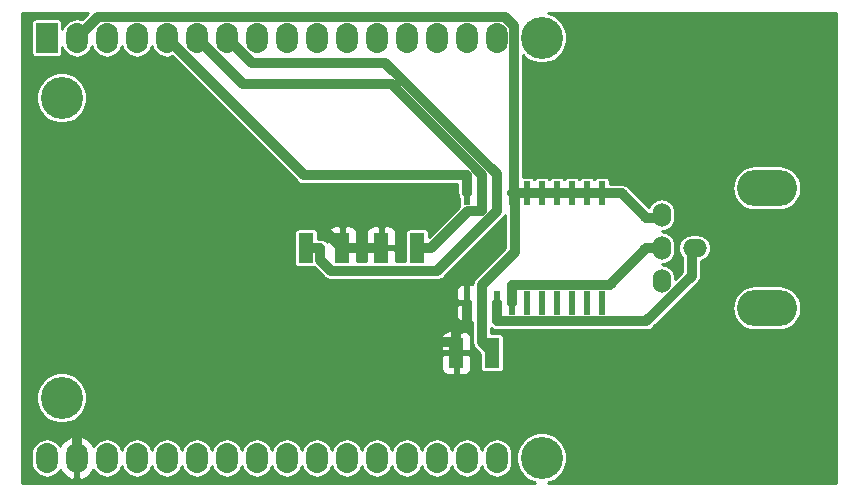
<source format=gbl>
%TF.GenerationSoftware,KiCad,Pcbnew,5.1.7-a382d34a8~87~ubuntu20.04.1*%
%TF.CreationDate,2020-10-29T11:39:12-04:00*%
%TF.ProjectId,encoder_interface_simple_3x2,656e636f-6465-4725-9f69-6e7465726661,1.1*%
%TF.SameCoordinates,Original*%
%TF.FileFunction,Copper,L2,Bot*%
%TF.FilePolarity,Positive*%
%FSLAX46Y46*%
G04 Gerber Fmt 4.6, Leading zero omitted, Abs format (unit mm)*
G04 Created by KiCad (PCBNEW 5.1.7-a382d34a8~87~ubuntu20.04.1) date 2020-10-29 11:39:12*
%MOMM*%
%LPD*%
G01*
G04 APERTURE LIST*
%TA.AperFunction,ComponentPad*%
%ADD10C,3.556000*%
%TD*%
%TA.AperFunction,ComponentPad*%
%ADD11O,1.854200X2.540000*%
%TD*%
%TA.AperFunction,ComponentPad*%
%ADD12R,1.854200X2.540000*%
%TD*%
%TA.AperFunction,SMDPad,CuDef*%
%ADD13R,1.270000X2.540000*%
%TD*%
%TA.AperFunction,ComponentPad*%
%ADD14O,5.080000X3.048000*%
%TD*%
%TA.AperFunction,ComponentPad*%
%ADD15O,2.032000X1.524000*%
%TD*%
%TA.AperFunction,ComponentPad*%
%ADD16O,1.524000X2.032000*%
%TD*%
%TA.AperFunction,SMDPad,CuDef*%
%ADD17R,0.600000X2.000000*%
%TD*%
%TA.AperFunction,Conductor*%
%ADD18C,0.812800*%
%TD*%
%TA.AperFunction,Conductor*%
%ADD19C,0.254000*%
%TD*%
%TA.AperFunction,Conductor*%
%ADD20C,0.100000*%
%TD*%
G04 APERTURE END LIST*
D10*
%TO.P,MDB1,*%
%TO.N,*%
X130175000Y-71120000D03*
X130175000Y-106680000D03*
X89535000Y-101600000D03*
X89535000Y-76200000D03*
D11*
%TO.P,MDB1,AREF*%
%TO.N,N/C*%
X88265000Y-106680000D03*
%TO.P,MDB1,VEE*%
%TO.N,VEE*%
X90805000Y-106680000D03*
%TO.P,MDB1,AGND*%
%TO.N,N/C*%
X93345000Y-106680000D03*
%TO.P,MDB1,3V3*%
X95885000Y-106680000D03*
%TO.P,MDB1,23*%
X98425000Y-106680000D03*
%TO.P,MDB1,22*%
X100965000Y-106680000D03*
%TO.P,MDB1,21*%
X103505000Y-106680000D03*
%TO.P,MDB1,20*%
X106045000Y-106680000D03*
%TO.P,MDB1,19*%
X108585000Y-106680000D03*
%TO.P,MDB1,18*%
X111125000Y-106680000D03*
%TO.P,MDB1,17*%
X113665000Y-106680000D03*
%TO.P,MDB1,16*%
X116205000Y-106680000D03*
%TO.P,MDB1,15*%
X118745000Y-106680000D03*
%TO.P,MDB1,14*%
X121285000Y-106680000D03*
%TO.P,MDB1,13*%
X123825000Y-106680000D03*
%TO.P,MDB1,DAC*%
X126365000Y-106680000D03*
%TO.P,MDB1,28*%
X126365000Y-71120000D03*
%TO.P,MDB1,12*%
X123825000Y-71120000D03*
%TO.P,MDB1,11*%
X121285000Y-71120000D03*
%TO.P,MDB1,10*%
X118745000Y-71120000D03*
%TO.P,MDB1,9*%
X116205000Y-71120000D03*
%TO.P,MDB1,29*%
X113665000Y-71120000D03*
%TO.P,MDB1,30*%
X111125000Y-71120000D03*
%TO.P,MDB1,6*%
X108585000Y-71120000D03*
%TO.P,MDB1,5*%
X106045000Y-71120000D03*
%TO.P,MDB1,4*%
%TO.N,/ENCODER_B*%
X103505000Y-71120000D03*
%TO.P,MDB1,3*%
%TO.N,/ENCODER_A*%
X100965000Y-71120000D03*
%TO.P,MDB1,2*%
%TO.N,/~ENABLE*%
X98425000Y-71120000D03*
%TO.P,MDB1,25*%
%TO.N,N/C*%
X95885000Y-71120000D03*
D12*
%TO.P,MDB1,VDD*%
X88265000Y-71120000D03*
D11*
%TO.P,MDB1,24*%
X93345000Y-71120000D03*
%TO.P,MDB1,GND*%
%TO.N,GND*%
X90805000Y-71120000D03*
%TD*%
D13*
%TO.P,C1,1*%
%TO.N,VEE*%
X122936000Y-97790000D03*
%TO.P,C1,2*%
%TO.N,GND*%
X125984000Y-97790000D03*
%TD*%
D14*
%TO.P,P1,*%
%TO.N,*%
X149225000Y-83820000D03*
X149225000Y-93980000D03*
D15*
%TO.P,P1,1*%
%TO.N,/ENCODER_A_BUF*%
X143129000Y-88900000D03*
D16*
%TO.P,P1,3*%
%TO.N,/ENCODER_B_BUF*%
X140335000Y-88900000D03*
%TO.P,P1,2*%
%TO.N,GND*%
X140335000Y-91694000D03*
%TO.P,P1,4*%
X140335000Y-86106000D03*
%TD*%
D13*
%TO.P,R1,2*%
%TO.N,/ENCODER_A*%
X119634000Y-88900000D03*
%TO.P,R1,1*%
%TO.N,VEE*%
X116586000Y-88900000D03*
%TD*%
%TO.P,R2,1*%
%TO.N,VEE*%
X113284000Y-88900000D03*
%TO.P,R2,2*%
%TO.N,/ENCODER_B*%
X110236000Y-88900000D03*
%TD*%
D17*
%TO.P,U1,20*%
%TO.N,VEE*%
X123825000Y-93550000D03*
%TO.P,U1,19*%
%TO.N,GND*%
X125095000Y-93550000D03*
%TO.P,U1,18*%
%TO.N,/ENCODER_A_BUF*%
X126365000Y-93550000D03*
%TO.P,U1,17*%
%TO.N,/ENCODER_B_BUF*%
X127635000Y-93550000D03*
%TO.P,U1,16*%
%TO.N,N/C*%
X128905000Y-93550000D03*
%TO.P,U1,15*%
X130175000Y-93550000D03*
%TO.P,U1,14*%
X131445000Y-93550000D03*
%TO.P,U1,13*%
X132715000Y-93550000D03*
%TO.P,U1,12*%
X133985000Y-93550000D03*
%TO.P,U1,11*%
X135255000Y-93550000D03*
%TO.P,U1,10*%
%TO.N,GND*%
X135255000Y-84250000D03*
%TO.P,U1,9*%
X133985000Y-84250000D03*
%TO.P,U1,8*%
X132715000Y-84250000D03*
%TO.P,U1,7*%
X131445000Y-84250000D03*
%TO.P,U1,6*%
X130175000Y-84250000D03*
%TO.P,U1,5*%
X128905000Y-84250000D03*
%TO.P,U1,4*%
X127635000Y-84250000D03*
%TO.P,U1,3*%
%TO.N,/ENCODER_B*%
X126365000Y-84250000D03*
%TO.P,U1,2*%
%TO.N,/ENCODER_A*%
X125095000Y-84250000D03*
%TO.P,U1,1*%
%TO.N,/~ENABLE*%
X123825000Y-84250000D03*
%TD*%
D18*
%TO.N,VEE*%
X116586000Y-88900000D02*
X113284000Y-88900000D01*
X108936200Y-96824600D02*
X108936200Y-87355400D01*
X108936200Y-87355400D02*
X109322400Y-86969200D01*
X109322400Y-86969200D02*
X111353200Y-86969200D01*
X111353200Y-86969200D02*
X113284000Y-88900000D01*
X108936200Y-96824600D02*
X98729700Y-96824600D01*
X98729700Y-96824600D02*
X90805000Y-104749300D01*
X122936000Y-96824600D02*
X108936200Y-96824600D01*
X90805000Y-106680000D02*
X90805000Y-104749300D01*
X122936000Y-96824600D02*
X122936000Y-95859300D01*
X122936000Y-97790000D02*
X122936000Y-96824600D01*
X123825000Y-93550000D02*
X123825000Y-95210700D01*
X123825000Y-95210700D02*
X123176400Y-95859300D01*
X123176400Y-95859300D02*
X122936000Y-95859300D01*
%TO.N,GND*%
X127800500Y-84250000D02*
X127800500Y-70110500D01*
X127800500Y-70110500D02*
X127029600Y-69339600D01*
X127029600Y-69339600D02*
X92585400Y-69339600D01*
X92585400Y-69339600D02*
X90805000Y-71120000D01*
X127800500Y-84250000D02*
X127888600Y-84250000D01*
X127635000Y-84250000D02*
X127800500Y-84250000D01*
X127888600Y-84250000D02*
X127888600Y-89223000D01*
X127888600Y-89223000D02*
X125095000Y-92016600D01*
X130175000Y-84264500D02*
X131445000Y-84264500D01*
X128897800Y-84257500D02*
X128905000Y-84264500D01*
X128905000Y-84264500D02*
X130175000Y-84264500D01*
X130175000Y-84264500D02*
X130175000Y-84250000D01*
X125095000Y-93550000D02*
X125095000Y-92016600D01*
X127888600Y-84250000D02*
X128890000Y-84250000D01*
X128890000Y-84250000D02*
X128897800Y-84257500D01*
X125984000Y-97790000D02*
X125095000Y-96901000D01*
X125095000Y-96901000D02*
X125095000Y-93550000D01*
X140335000Y-86360000D02*
X139039600Y-86360000D01*
X139039600Y-86360000D02*
X136944100Y-84264500D01*
X136944100Y-84264500D02*
X135255000Y-84264500D01*
X135255000Y-84250000D02*
X135255000Y-84264500D01*
X133985000Y-84264500D02*
X135255000Y-84264500D01*
X132715000Y-84264500D02*
X133985000Y-84264500D01*
X133985000Y-84250000D02*
X133985000Y-84264500D01*
X131445000Y-84264500D02*
X132715000Y-84264500D01*
X132715000Y-84250000D02*
X132715000Y-84264500D01*
X131445000Y-84250000D02*
X131445000Y-84264500D01*
X128905000Y-84250000D02*
X128897800Y-84257200D01*
X128897800Y-84257200D02*
X128897800Y-84257500D01*
%TO.N,/~ENABLE*%
X123825000Y-84250000D02*
X123825000Y-82716600D01*
X123825000Y-82716600D02*
X110021600Y-82716600D01*
X110021600Y-82716600D02*
X98425000Y-71120000D01*
%TO.N,/ENCODER_A*%
X100965000Y-71120000D02*
X104896000Y-75051000D01*
X104896000Y-75051000D02*
X117459400Y-75051000D01*
X117459400Y-75051000D02*
X125095000Y-82686600D01*
X125095000Y-82686600D02*
X125095000Y-84250000D01*
X119634000Y-88900000D02*
X120802400Y-88900000D01*
X125095000Y-84250000D02*
X125095000Y-85783400D01*
X125095000Y-85783400D02*
X123919000Y-85783400D01*
X123919000Y-85783400D02*
X120802400Y-88900000D01*
%TO.N,/ENCODER_B*%
X126365000Y-84250000D02*
X126365000Y-82662900D01*
X126365000Y-82662900D02*
X116923600Y-73221500D01*
X116923600Y-73221500D02*
X105606500Y-73221500D01*
X105606500Y-73221500D02*
X103505000Y-71120000D01*
X111404400Y-88900000D02*
X111404400Y-89922400D01*
X111404400Y-89922400D02*
X112312800Y-90830800D01*
X112312800Y-90830800D02*
X121346500Y-90830800D01*
X121346500Y-90830800D02*
X126365000Y-85812300D01*
X126365000Y-85812300D02*
X126365000Y-84250000D01*
X110236000Y-88900000D02*
X111404400Y-88900000D01*
%TO.N,/ENCODER_A_BUF*%
X126365000Y-93550000D02*
X126365000Y-95083400D01*
X126365000Y-95083400D02*
X139047900Y-95083400D01*
X139047900Y-95083400D02*
X142875000Y-91256300D01*
X142875000Y-91256300D02*
X142875000Y-88900000D01*
%TO.N,/ENCODER_B_BUF*%
X140335000Y-88900000D02*
X139039600Y-88900000D01*
X127635000Y-93550000D02*
X127635000Y-92016600D01*
X127635000Y-92016600D02*
X135923000Y-92016600D01*
X135923000Y-92016600D02*
X139039600Y-88900000D01*
%TD*%
D19*
%TO.N,VEE*%
X91262522Y-69548928D02*
X91061431Y-69487927D01*
X90805000Y-69462671D01*
X90548568Y-69487927D01*
X90301990Y-69562726D01*
X90074742Y-69684192D01*
X89875558Y-69847658D01*
X89712092Y-70046843D01*
X89590626Y-70274091D01*
X89574943Y-70325791D01*
X89574943Y-69850000D01*
X89567587Y-69775311D01*
X89545801Y-69703492D01*
X89510422Y-69637304D01*
X89462811Y-69579289D01*
X89404796Y-69531678D01*
X89338608Y-69496299D01*
X89266789Y-69474513D01*
X89192100Y-69467157D01*
X87337900Y-69467157D01*
X87263211Y-69474513D01*
X87191392Y-69496299D01*
X87125204Y-69531678D01*
X87067189Y-69579289D01*
X87019578Y-69637304D01*
X86984199Y-69703492D01*
X86962413Y-69775311D01*
X86955057Y-69850000D01*
X86955057Y-72390000D01*
X86962413Y-72464689D01*
X86984199Y-72536508D01*
X87019578Y-72602696D01*
X87067189Y-72660711D01*
X87125204Y-72708322D01*
X87191392Y-72743701D01*
X87263211Y-72765487D01*
X87337900Y-72772843D01*
X89192100Y-72772843D01*
X89266789Y-72765487D01*
X89338608Y-72743701D01*
X89404796Y-72708322D01*
X89462811Y-72660711D01*
X89510422Y-72602696D01*
X89545801Y-72536508D01*
X89567587Y-72464689D01*
X89574943Y-72390000D01*
X89574943Y-71914210D01*
X89590626Y-71965910D01*
X89712092Y-72193158D01*
X89875559Y-72392342D01*
X90074743Y-72555808D01*
X90301991Y-72677274D01*
X90548569Y-72752073D01*
X90805000Y-72777329D01*
X91061432Y-72752073D01*
X91308010Y-72677274D01*
X91535258Y-72555808D01*
X91734442Y-72392342D01*
X91897908Y-72193158D01*
X92019374Y-71965910D01*
X92075000Y-71782536D01*
X92130626Y-71965910D01*
X92252092Y-72193158D01*
X92415559Y-72392342D01*
X92614743Y-72555808D01*
X92841991Y-72677274D01*
X93088569Y-72752073D01*
X93345000Y-72777329D01*
X93601432Y-72752073D01*
X93848010Y-72677274D01*
X94075258Y-72555808D01*
X94274442Y-72392342D01*
X94437908Y-72193158D01*
X94559374Y-71965910D01*
X94615000Y-71782536D01*
X94670626Y-71965910D01*
X94792092Y-72193158D01*
X94955559Y-72392342D01*
X95154743Y-72555808D01*
X95381991Y-72677274D01*
X95628569Y-72752073D01*
X95885000Y-72777329D01*
X96141432Y-72752073D01*
X96388010Y-72677274D01*
X96615258Y-72555808D01*
X96814442Y-72392342D01*
X96977908Y-72193158D01*
X97099374Y-71965910D01*
X97155000Y-71782536D01*
X97210626Y-71965910D01*
X97332092Y-72193158D01*
X97495559Y-72392342D01*
X97694743Y-72555808D01*
X97921991Y-72677274D01*
X98168569Y-72752073D01*
X98425000Y-72777329D01*
X98681432Y-72752073D01*
X98882522Y-72691073D01*
X109437477Y-83246028D01*
X109462131Y-83276069D01*
X109582028Y-83374466D01*
X109718817Y-83447582D01*
X109867243Y-83492606D01*
X109982927Y-83504000D01*
X109982937Y-83504000D01*
X110021600Y-83507808D01*
X110060263Y-83504000D01*
X123037600Y-83504000D01*
X123037600Y-84288672D01*
X123048994Y-84404356D01*
X123094018Y-84552782D01*
X123142157Y-84642843D01*
X123142157Y-85250000D01*
X123149513Y-85324689D01*
X123171299Y-85396508D01*
X123178629Y-85410220D01*
X120651843Y-87937007D01*
X120651843Y-87630000D01*
X120644487Y-87555311D01*
X120622701Y-87483492D01*
X120587322Y-87417304D01*
X120539711Y-87359289D01*
X120481696Y-87311678D01*
X120415508Y-87276299D01*
X120343689Y-87254513D01*
X120269000Y-87247157D01*
X118999000Y-87247157D01*
X118924311Y-87254513D01*
X118852492Y-87276299D01*
X118786304Y-87311678D01*
X118728289Y-87359289D01*
X118680678Y-87417304D01*
X118645299Y-87483492D01*
X118623513Y-87555311D01*
X118616157Y-87630000D01*
X118616157Y-90043400D01*
X117858677Y-90043400D01*
X117856000Y-89185750D01*
X117697250Y-89027000D01*
X116713000Y-89027000D01*
X116713000Y-89047000D01*
X116459000Y-89047000D01*
X116459000Y-89027000D01*
X115474750Y-89027000D01*
X115316000Y-89185750D01*
X115313323Y-90043400D01*
X114556677Y-90043400D01*
X114554000Y-89185750D01*
X114395250Y-89027000D01*
X113411000Y-89027000D01*
X113411000Y-89047000D01*
X113157000Y-89047000D01*
X113157000Y-89027000D01*
X113137000Y-89027000D01*
X113137000Y-88773000D01*
X113157000Y-88773000D01*
X113157000Y-87153750D01*
X113411000Y-87153750D01*
X113411000Y-88773000D01*
X114395250Y-88773000D01*
X114554000Y-88614250D01*
X114557072Y-87630000D01*
X115312928Y-87630000D01*
X115316000Y-88614250D01*
X115474750Y-88773000D01*
X116459000Y-88773000D01*
X116459000Y-87153750D01*
X116713000Y-87153750D01*
X116713000Y-88773000D01*
X117697250Y-88773000D01*
X117856000Y-88614250D01*
X117859072Y-87630000D01*
X117846812Y-87505518D01*
X117810502Y-87385820D01*
X117751537Y-87275506D01*
X117672185Y-87178815D01*
X117575494Y-87099463D01*
X117465180Y-87040498D01*
X117345482Y-87004188D01*
X117221000Y-86991928D01*
X116871750Y-86995000D01*
X116713000Y-87153750D01*
X116459000Y-87153750D01*
X116300250Y-86995000D01*
X115951000Y-86991928D01*
X115826518Y-87004188D01*
X115706820Y-87040498D01*
X115596506Y-87099463D01*
X115499815Y-87178815D01*
X115420463Y-87275506D01*
X115361498Y-87385820D01*
X115325188Y-87505518D01*
X115312928Y-87630000D01*
X114557072Y-87630000D01*
X114544812Y-87505518D01*
X114508502Y-87385820D01*
X114449537Y-87275506D01*
X114370185Y-87178815D01*
X114273494Y-87099463D01*
X114163180Y-87040498D01*
X114043482Y-87004188D01*
X113919000Y-86991928D01*
X113569750Y-86995000D01*
X113411000Y-87153750D01*
X113157000Y-87153750D01*
X112998250Y-86995000D01*
X112649000Y-86991928D01*
X112524518Y-87004188D01*
X112404820Y-87040498D01*
X112294506Y-87099463D01*
X112197815Y-87178815D01*
X112118463Y-87275506D01*
X112059498Y-87385820D01*
X112023188Y-87505518D01*
X112010928Y-87630000D01*
X112013334Y-88400804D01*
X111963869Y-88340531D01*
X111843972Y-88242134D01*
X111707183Y-88169018D01*
X111558757Y-88123994D01*
X111443073Y-88112600D01*
X111404400Y-88108791D01*
X111365727Y-88112600D01*
X111253843Y-88112600D01*
X111253843Y-87630000D01*
X111246487Y-87555311D01*
X111224701Y-87483492D01*
X111189322Y-87417304D01*
X111141711Y-87359289D01*
X111083696Y-87311678D01*
X111017508Y-87276299D01*
X110945689Y-87254513D01*
X110871000Y-87247157D01*
X109601000Y-87247157D01*
X109526311Y-87254513D01*
X109454492Y-87276299D01*
X109388304Y-87311678D01*
X109330289Y-87359289D01*
X109282678Y-87417304D01*
X109247299Y-87483492D01*
X109225513Y-87555311D01*
X109218157Y-87630000D01*
X109218157Y-90170000D01*
X109225513Y-90244689D01*
X109247299Y-90316508D01*
X109282678Y-90382696D01*
X109330289Y-90440711D01*
X109388304Y-90488322D01*
X109454492Y-90523701D01*
X109526311Y-90545487D01*
X109601000Y-90552843D01*
X110871000Y-90552843D01*
X110916784Y-90548334D01*
X111728681Y-91360233D01*
X111753331Y-91390269D01*
X111783367Y-91414919D01*
X111783370Y-91414922D01*
X111871406Y-91487171D01*
X111873228Y-91488666D01*
X112010017Y-91561782D01*
X112158443Y-91606806D01*
X112274127Y-91618200D01*
X112274135Y-91618200D01*
X112312800Y-91622008D01*
X112351465Y-91618200D01*
X121307837Y-91618200D01*
X121346500Y-91622008D01*
X121385163Y-91618200D01*
X121385173Y-91618200D01*
X121500857Y-91606806D01*
X121649283Y-91561782D01*
X121786072Y-91488666D01*
X121905969Y-91390269D01*
X121930628Y-91360222D01*
X126894429Y-86396422D01*
X126924469Y-86371769D01*
X126972839Y-86312830D01*
X127022866Y-86251873D01*
X127095982Y-86115083D01*
X127101200Y-86097880D01*
X127101201Y-88896848D01*
X124565573Y-91432477D01*
X124535532Y-91457131D01*
X124510879Y-91487171D01*
X124437135Y-91577028D01*
X124364018Y-91713818D01*
X124318995Y-91862243D01*
X124311054Y-91942866D01*
X124249482Y-91924188D01*
X124125000Y-91911928D01*
X124110750Y-91915000D01*
X123952000Y-92073750D01*
X123952000Y-93423000D01*
X123972000Y-93423000D01*
X123972000Y-93677000D01*
X123952000Y-93677000D01*
X123952000Y-95026250D01*
X124110750Y-95185000D01*
X124125000Y-95188072D01*
X124249482Y-95175812D01*
X124307601Y-95158182D01*
X124307600Y-96862337D01*
X124303792Y-96901000D01*
X124307600Y-96939663D01*
X124307600Y-96939672D01*
X124318994Y-97055356D01*
X124364018Y-97203782D01*
X124437134Y-97340571D01*
X124535531Y-97460469D01*
X124565577Y-97485127D01*
X124966157Y-97885707D01*
X124966157Y-99060000D01*
X124973513Y-99134689D01*
X124995299Y-99206508D01*
X125030678Y-99272696D01*
X125078289Y-99330711D01*
X125136304Y-99378322D01*
X125202492Y-99413701D01*
X125274311Y-99435487D01*
X125349000Y-99442843D01*
X126619000Y-99442843D01*
X126693689Y-99435487D01*
X126765508Y-99413701D01*
X126831696Y-99378322D01*
X126889711Y-99330711D01*
X126937322Y-99272696D01*
X126972701Y-99206508D01*
X126994487Y-99134689D01*
X127001843Y-99060000D01*
X127001843Y-96520000D01*
X126994487Y-96445311D01*
X126972701Y-96373492D01*
X126937322Y-96307304D01*
X126889711Y-96249289D01*
X126831696Y-96201678D01*
X126765508Y-96166299D01*
X126693689Y-96144513D01*
X126619000Y-96137157D01*
X125882400Y-96137157D01*
X125882400Y-95705954D01*
X125925428Y-95741266D01*
X126062217Y-95814382D01*
X126210643Y-95859406D01*
X126326327Y-95870800D01*
X126365000Y-95874609D01*
X126403673Y-95870800D01*
X139009237Y-95870800D01*
X139047900Y-95874608D01*
X139086563Y-95870800D01*
X139086573Y-95870800D01*
X139202257Y-95859406D01*
X139350683Y-95814382D01*
X139487472Y-95741266D01*
X139607369Y-95642869D01*
X139632028Y-95612822D01*
X141264850Y-93980000D01*
X146294783Y-93980000D01*
X146331564Y-94353445D01*
X146440494Y-94712539D01*
X146617387Y-95043482D01*
X146855444Y-95333556D01*
X147145518Y-95571613D01*
X147476461Y-95748506D01*
X147835555Y-95857436D01*
X148115418Y-95885000D01*
X150334582Y-95885000D01*
X150614445Y-95857436D01*
X150973539Y-95748506D01*
X151304482Y-95571613D01*
X151594556Y-95333556D01*
X151832613Y-95043482D01*
X152009506Y-94712539D01*
X152118436Y-94353445D01*
X152155217Y-93980000D01*
X152118436Y-93606555D01*
X152009506Y-93247461D01*
X151832613Y-92916518D01*
X151594556Y-92626444D01*
X151304482Y-92388387D01*
X150973539Y-92211494D01*
X150614445Y-92102564D01*
X150334582Y-92075000D01*
X148115418Y-92075000D01*
X147835555Y-92102564D01*
X147476461Y-92211494D01*
X147145518Y-92388387D01*
X146855444Y-92626444D01*
X146617387Y-92916518D01*
X146440494Y-93247461D01*
X146331564Y-93606555D01*
X146294783Y-93980000D01*
X141264850Y-93980000D01*
X143404434Y-91840418D01*
X143434469Y-91815769D01*
X143459119Y-91785733D01*
X143459122Y-91785730D01*
X143532866Y-91695873D01*
X143605982Y-91559083D01*
X143651006Y-91410657D01*
X143656120Y-91358734D01*
X143662400Y-91294973D01*
X143662400Y-91294965D01*
X143666208Y-91256300D01*
X143662400Y-91217635D01*
X143662400Y-90009676D01*
X143822523Y-89961103D01*
X144021089Y-89854968D01*
X144195133Y-89712133D01*
X144337968Y-89538089D01*
X144444103Y-89339523D01*
X144509461Y-89124067D01*
X144531530Y-88900000D01*
X144509461Y-88675933D01*
X144444103Y-88460477D01*
X144337968Y-88261911D01*
X144195133Y-88087867D01*
X144021089Y-87945032D01*
X143822523Y-87838897D01*
X143607067Y-87773539D01*
X143439146Y-87757000D01*
X142818854Y-87757000D01*
X142650933Y-87773539D01*
X142435477Y-87838897D01*
X142236911Y-87945032D01*
X142062867Y-88087867D01*
X141920032Y-88261911D01*
X141813897Y-88460477D01*
X141748539Y-88675933D01*
X141726470Y-88900000D01*
X141748539Y-89124067D01*
X141813897Y-89339523D01*
X141920032Y-89538089D01*
X142062867Y-89712133D01*
X142087601Y-89732431D01*
X142087600Y-90930148D01*
X141478000Y-91539748D01*
X141478000Y-91383855D01*
X141461461Y-91215934D01*
X141396103Y-91000478D01*
X141289968Y-90801911D01*
X141147133Y-90627867D01*
X140973089Y-90485032D01*
X140774523Y-90378897D01*
X140559067Y-90313539D01*
X140391146Y-90297000D01*
X140559066Y-90280461D01*
X140774522Y-90215103D01*
X140973088Y-90108968D01*
X141147133Y-89966133D01*
X141289968Y-89792089D01*
X141396103Y-89593523D01*
X141461461Y-89378067D01*
X141478000Y-89210146D01*
X141478000Y-88589855D01*
X141461461Y-88421934D01*
X141396103Y-88206478D01*
X141289968Y-88007911D01*
X141147133Y-87833867D01*
X140973089Y-87691032D01*
X140774523Y-87584897D01*
X140559067Y-87519539D01*
X140391146Y-87503000D01*
X140559066Y-87486461D01*
X140774522Y-87421103D01*
X140973088Y-87314968D01*
X141147133Y-87172133D01*
X141289968Y-86998089D01*
X141396103Y-86799523D01*
X141461461Y-86584067D01*
X141478000Y-86416146D01*
X141478000Y-85795855D01*
X141461461Y-85627934D01*
X141396103Y-85412478D01*
X141289968Y-85213911D01*
X141147133Y-85039867D01*
X140973089Y-84897032D01*
X140774523Y-84790897D01*
X140559067Y-84725539D01*
X140335000Y-84703470D01*
X140110934Y-84725539D01*
X139895478Y-84790897D01*
X139696912Y-84897032D01*
X139522868Y-85039867D01*
X139380033Y-85213911D01*
X139273897Y-85412477D01*
X139258008Y-85464856D01*
X137613152Y-83820000D01*
X146294783Y-83820000D01*
X146331564Y-84193445D01*
X146440494Y-84552539D01*
X146617387Y-84883482D01*
X146855444Y-85173556D01*
X147145518Y-85411613D01*
X147476461Y-85588506D01*
X147835555Y-85697436D01*
X148115418Y-85725000D01*
X150334582Y-85725000D01*
X150614445Y-85697436D01*
X150973539Y-85588506D01*
X151304482Y-85411613D01*
X151594556Y-85173556D01*
X151832613Y-84883482D01*
X152009506Y-84552539D01*
X152118436Y-84193445D01*
X152155217Y-83820000D01*
X152118436Y-83446555D01*
X152009506Y-83087461D01*
X151832613Y-82756518D01*
X151594556Y-82466444D01*
X151304482Y-82228387D01*
X150973539Y-82051494D01*
X150614445Y-81942564D01*
X150334582Y-81915000D01*
X148115418Y-81915000D01*
X147835555Y-81942564D01*
X147476461Y-82051494D01*
X147145518Y-82228387D01*
X146855444Y-82466444D01*
X146617387Y-82756518D01*
X146440494Y-83087461D01*
X146331564Y-83446555D01*
X146294783Y-83820000D01*
X137613152Y-83820000D01*
X137528228Y-83735077D01*
X137503569Y-83705031D01*
X137383672Y-83606634D01*
X137246883Y-83533518D01*
X137098457Y-83488494D01*
X136982773Y-83477100D01*
X136982763Y-83477100D01*
X136944100Y-83473292D01*
X136905437Y-83477100D01*
X135937843Y-83477100D01*
X135937843Y-83250000D01*
X135930487Y-83175311D01*
X135908701Y-83103492D01*
X135873322Y-83037304D01*
X135825711Y-82979289D01*
X135767696Y-82931678D01*
X135701508Y-82896299D01*
X135629689Y-82874513D01*
X135555000Y-82867157D01*
X134955000Y-82867157D01*
X134880311Y-82874513D01*
X134808492Y-82896299D01*
X134742304Y-82931678D01*
X134684289Y-82979289D01*
X134636678Y-83037304D01*
X134620000Y-83068506D01*
X134603322Y-83037304D01*
X134555711Y-82979289D01*
X134497696Y-82931678D01*
X134431508Y-82896299D01*
X134359689Y-82874513D01*
X134285000Y-82867157D01*
X133685000Y-82867157D01*
X133610311Y-82874513D01*
X133538492Y-82896299D01*
X133472304Y-82931678D01*
X133414289Y-82979289D01*
X133366678Y-83037304D01*
X133350000Y-83068506D01*
X133333322Y-83037304D01*
X133285711Y-82979289D01*
X133227696Y-82931678D01*
X133161508Y-82896299D01*
X133089689Y-82874513D01*
X133015000Y-82867157D01*
X132415000Y-82867157D01*
X132340311Y-82874513D01*
X132268492Y-82896299D01*
X132202304Y-82931678D01*
X132144289Y-82979289D01*
X132096678Y-83037304D01*
X132080000Y-83068506D01*
X132063322Y-83037304D01*
X132015711Y-82979289D01*
X131957696Y-82931678D01*
X131891508Y-82896299D01*
X131819689Y-82874513D01*
X131745000Y-82867157D01*
X131145000Y-82867157D01*
X131070311Y-82874513D01*
X130998492Y-82896299D01*
X130932304Y-82931678D01*
X130874289Y-82979289D01*
X130826678Y-83037304D01*
X130810000Y-83068506D01*
X130793322Y-83037304D01*
X130745711Y-82979289D01*
X130687696Y-82931678D01*
X130621508Y-82896299D01*
X130549689Y-82874513D01*
X130475000Y-82867157D01*
X129875000Y-82867157D01*
X129800311Y-82874513D01*
X129728492Y-82896299D01*
X129662304Y-82931678D01*
X129604289Y-82979289D01*
X129556678Y-83037304D01*
X129540000Y-83068506D01*
X129523322Y-83037304D01*
X129475711Y-82979289D01*
X129417696Y-82931678D01*
X129351508Y-82896299D01*
X129279689Y-82874513D01*
X129205000Y-82867157D01*
X128605000Y-82867157D01*
X128587900Y-82868841D01*
X128587900Y-72586186D01*
X128798718Y-72797004D01*
X129152330Y-73033281D01*
X129545243Y-73196030D01*
X129962357Y-73279000D01*
X130387643Y-73279000D01*
X130804757Y-73196030D01*
X131197670Y-73033281D01*
X131551282Y-72797004D01*
X131852004Y-72496282D01*
X132088281Y-72142670D01*
X132251030Y-71749757D01*
X132334000Y-71332643D01*
X132334000Y-70907357D01*
X132251030Y-70490243D01*
X132088281Y-70097330D01*
X131852004Y-69743718D01*
X131551282Y-69442996D01*
X131197670Y-69206719D01*
X130804757Y-69043970D01*
X130706876Y-69024500D01*
X155130501Y-69024500D01*
X155130500Y-108775500D01*
X130706876Y-108775500D01*
X130804757Y-108756030D01*
X131197670Y-108593281D01*
X131551282Y-108357004D01*
X131852004Y-108056282D01*
X132088281Y-107702670D01*
X132251030Y-107309757D01*
X132334000Y-106892643D01*
X132334000Y-106467357D01*
X132251030Y-106050243D01*
X132088281Y-105657330D01*
X131852004Y-105303718D01*
X131551282Y-105002996D01*
X131197670Y-104766719D01*
X130804757Y-104603970D01*
X130387643Y-104521000D01*
X129962357Y-104521000D01*
X129545243Y-104603970D01*
X129152330Y-104766719D01*
X128798718Y-105002996D01*
X128497996Y-105303718D01*
X128261719Y-105657330D01*
X128098970Y-106050243D01*
X128016000Y-106467357D01*
X128016000Y-106892643D01*
X128098970Y-107309757D01*
X128261719Y-107702670D01*
X128497996Y-108056282D01*
X128798718Y-108357004D01*
X129152330Y-108593281D01*
X129545243Y-108756030D01*
X129643124Y-108775500D01*
X86169500Y-108775500D01*
X86169500Y-106272841D01*
X86956900Y-106272841D01*
X86956900Y-107087160D01*
X86975827Y-107279332D01*
X87050626Y-107525910D01*
X87172092Y-107753158D01*
X87335559Y-107952342D01*
X87534743Y-108115808D01*
X87761991Y-108237274D01*
X88008569Y-108312073D01*
X88265000Y-108337329D01*
X88521432Y-108312073D01*
X88768010Y-108237274D01*
X88995258Y-108115808D01*
X89194442Y-107952342D01*
X89357908Y-107753158D01*
X89391554Y-107690211D01*
X89410409Y-107738022D01*
X89576719Y-107996352D01*
X89790231Y-108217273D01*
X90042740Y-108392295D01*
X90324542Y-108514692D01*
X90436006Y-108540793D01*
X90678000Y-108420492D01*
X90678000Y-106807000D01*
X90658000Y-106807000D01*
X90658000Y-106553000D01*
X90678000Y-106553000D01*
X90678000Y-104939508D01*
X90932000Y-104939508D01*
X90932000Y-106553000D01*
X90952000Y-106553000D01*
X90952000Y-106807000D01*
X90932000Y-106807000D01*
X90932000Y-108420492D01*
X91173994Y-108540793D01*
X91285458Y-108514692D01*
X91567260Y-108392295D01*
X91819769Y-108217273D01*
X92033281Y-107996352D01*
X92199591Y-107738022D01*
X92218446Y-107690211D01*
X92252092Y-107753158D01*
X92415559Y-107952342D01*
X92614743Y-108115808D01*
X92841991Y-108237274D01*
X93088569Y-108312073D01*
X93345000Y-108337329D01*
X93601432Y-108312073D01*
X93848010Y-108237274D01*
X94075258Y-108115808D01*
X94274442Y-107952342D01*
X94437908Y-107753158D01*
X94559374Y-107525910D01*
X94615000Y-107342536D01*
X94670626Y-107525910D01*
X94792092Y-107753158D01*
X94955559Y-107952342D01*
X95154743Y-108115808D01*
X95381991Y-108237274D01*
X95628569Y-108312073D01*
X95885000Y-108337329D01*
X96141432Y-108312073D01*
X96388010Y-108237274D01*
X96615258Y-108115808D01*
X96814442Y-107952342D01*
X96977908Y-107753158D01*
X97099374Y-107525910D01*
X97155000Y-107342536D01*
X97210626Y-107525910D01*
X97332092Y-107753158D01*
X97495559Y-107952342D01*
X97694743Y-108115808D01*
X97921991Y-108237274D01*
X98168569Y-108312073D01*
X98425000Y-108337329D01*
X98681432Y-108312073D01*
X98928010Y-108237274D01*
X99155258Y-108115808D01*
X99354442Y-107952342D01*
X99517908Y-107753158D01*
X99639374Y-107525910D01*
X99695000Y-107342536D01*
X99750626Y-107525910D01*
X99872092Y-107753158D01*
X100035559Y-107952342D01*
X100234743Y-108115808D01*
X100461991Y-108237274D01*
X100708569Y-108312073D01*
X100965000Y-108337329D01*
X101221432Y-108312073D01*
X101468010Y-108237274D01*
X101695258Y-108115808D01*
X101894442Y-107952342D01*
X102057908Y-107753158D01*
X102179374Y-107525910D01*
X102235000Y-107342536D01*
X102290626Y-107525910D01*
X102412092Y-107753158D01*
X102575559Y-107952342D01*
X102774743Y-108115808D01*
X103001991Y-108237274D01*
X103248569Y-108312073D01*
X103505000Y-108337329D01*
X103761432Y-108312073D01*
X104008010Y-108237274D01*
X104235258Y-108115808D01*
X104434442Y-107952342D01*
X104597908Y-107753158D01*
X104719374Y-107525910D01*
X104775000Y-107342536D01*
X104830626Y-107525910D01*
X104952092Y-107753158D01*
X105115559Y-107952342D01*
X105314743Y-108115808D01*
X105541991Y-108237274D01*
X105788569Y-108312073D01*
X106045000Y-108337329D01*
X106301432Y-108312073D01*
X106548010Y-108237274D01*
X106775258Y-108115808D01*
X106974442Y-107952342D01*
X107137908Y-107753158D01*
X107259374Y-107525910D01*
X107315000Y-107342536D01*
X107370626Y-107525910D01*
X107492092Y-107753158D01*
X107655559Y-107952342D01*
X107854743Y-108115808D01*
X108081991Y-108237274D01*
X108328569Y-108312073D01*
X108585000Y-108337329D01*
X108841432Y-108312073D01*
X109088010Y-108237274D01*
X109315258Y-108115808D01*
X109514442Y-107952342D01*
X109677908Y-107753158D01*
X109799374Y-107525910D01*
X109855000Y-107342536D01*
X109910626Y-107525910D01*
X110032092Y-107753158D01*
X110195559Y-107952342D01*
X110394743Y-108115808D01*
X110621991Y-108237274D01*
X110868569Y-108312073D01*
X111125000Y-108337329D01*
X111381432Y-108312073D01*
X111628010Y-108237274D01*
X111855258Y-108115808D01*
X112054442Y-107952342D01*
X112217908Y-107753158D01*
X112339374Y-107525910D01*
X112395000Y-107342536D01*
X112450626Y-107525910D01*
X112572092Y-107753158D01*
X112735559Y-107952342D01*
X112934743Y-108115808D01*
X113161991Y-108237274D01*
X113408569Y-108312073D01*
X113665000Y-108337329D01*
X113921432Y-108312073D01*
X114168010Y-108237274D01*
X114395258Y-108115808D01*
X114594442Y-107952342D01*
X114757908Y-107753158D01*
X114879374Y-107525910D01*
X114935000Y-107342536D01*
X114990626Y-107525910D01*
X115112092Y-107753158D01*
X115275559Y-107952342D01*
X115474743Y-108115808D01*
X115701991Y-108237274D01*
X115948569Y-108312073D01*
X116205000Y-108337329D01*
X116461432Y-108312073D01*
X116708010Y-108237274D01*
X116935258Y-108115808D01*
X117134442Y-107952342D01*
X117297908Y-107753158D01*
X117419374Y-107525910D01*
X117475000Y-107342536D01*
X117530626Y-107525910D01*
X117652092Y-107753158D01*
X117815559Y-107952342D01*
X118014743Y-108115808D01*
X118241991Y-108237274D01*
X118488569Y-108312073D01*
X118745000Y-108337329D01*
X119001432Y-108312073D01*
X119248010Y-108237274D01*
X119475258Y-108115808D01*
X119674442Y-107952342D01*
X119837908Y-107753158D01*
X119959374Y-107525910D01*
X120015000Y-107342536D01*
X120070626Y-107525910D01*
X120192092Y-107753158D01*
X120355559Y-107952342D01*
X120554743Y-108115808D01*
X120781991Y-108237274D01*
X121028569Y-108312073D01*
X121285000Y-108337329D01*
X121541432Y-108312073D01*
X121788010Y-108237274D01*
X122015258Y-108115808D01*
X122214442Y-107952342D01*
X122377908Y-107753158D01*
X122499374Y-107525910D01*
X122555000Y-107342536D01*
X122610626Y-107525910D01*
X122732092Y-107753158D01*
X122895559Y-107952342D01*
X123094743Y-108115808D01*
X123321991Y-108237274D01*
X123568569Y-108312073D01*
X123825000Y-108337329D01*
X124081432Y-108312073D01*
X124328010Y-108237274D01*
X124555258Y-108115808D01*
X124754442Y-107952342D01*
X124917908Y-107753158D01*
X125039374Y-107525910D01*
X125095000Y-107342536D01*
X125150626Y-107525910D01*
X125272092Y-107753158D01*
X125435559Y-107952342D01*
X125634743Y-108115808D01*
X125861991Y-108237274D01*
X126108569Y-108312073D01*
X126365000Y-108337329D01*
X126621432Y-108312073D01*
X126868010Y-108237274D01*
X127095258Y-108115808D01*
X127294442Y-107952342D01*
X127457908Y-107753158D01*
X127579374Y-107525910D01*
X127654173Y-107279331D01*
X127673100Y-107087159D01*
X127673100Y-106272840D01*
X127654173Y-106080668D01*
X127579374Y-105834090D01*
X127457908Y-105606842D01*
X127294442Y-105407658D01*
X127095257Y-105244192D01*
X126868009Y-105122726D01*
X126621431Y-105047927D01*
X126365000Y-105022671D01*
X126108568Y-105047927D01*
X125861990Y-105122726D01*
X125634742Y-105244192D01*
X125435558Y-105407658D01*
X125272092Y-105606843D01*
X125150626Y-105834091D01*
X125095000Y-106017464D01*
X125039374Y-105834090D01*
X124917908Y-105606842D01*
X124754442Y-105407658D01*
X124555257Y-105244192D01*
X124328009Y-105122726D01*
X124081431Y-105047927D01*
X123825000Y-105022671D01*
X123568568Y-105047927D01*
X123321990Y-105122726D01*
X123094742Y-105244192D01*
X122895558Y-105407658D01*
X122732092Y-105606843D01*
X122610626Y-105834091D01*
X122555000Y-106017464D01*
X122499374Y-105834090D01*
X122377908Y-105606842D01*
X122214442Y-105407658D01*
X122015257Y-105244192D01*
X121788009Y-105122726D01*
X121541431Y-105047927D01*
X121285000Y-105022671D01*
X121028568Y-105047927D01*
X120781990Y-105122726D01*
X120554742Y-105244192D01*
X120355558Y-105407658D01*
X120192092Y-105606843D01*
X120070626Y-105834091D01*
X120015000Y-106017464D01*
X119959374Y-105834090D01*
X119837908Y-105606842D01*
X119674442Y-105407658D01*
X119475257Y-105244192D01*
X119248009Y-105122726D01*
X119001431Y-105047927D01*
X118745000Y-105022671D01*
X118488568Y-105047927D01*
X118241990Y-105122726D01*
X118014742Y-105244192D01*
X117815558Y-105407658D01*
X117652092Y-105606843D01*
X117530626Y-105834091D01*
X117475000Y-106017464D01*
X117419374Y-105834090D01*
X117297908Y-105606842D01*
X117134442Y-105407658D01*
X116935257Y-105244192D01*
X116708009Y-105122726D01*
X116461431Y-105047927D01*
X116205000Y-105022671D01*
X115948568Y-105047927D01*
X115701990Y-105122726D01*
X115474742Y-105244192D01*
X115275558Y-105407658D01*
X115112092Y-105606843D01*
X114990626Y-105834091D01*
X114935000Y-106017464D01*
X114879374Y-105834090D01*
X114757908Y-105606842D01*
X114594442Y-105407658D01*
X114395257Y-105244192D01*
X114168009Y-105122726D01*
X113921431Y-105047927D01*
X113665000Y-105022671D01*
X113408568Y-105047927D01*
X113161990Y-105122726D01*
X112934742Y-105244192D01*
X112735558Y-105407658D01*
X112572092Y-105606843D01*
X112450626Y-105834091D01*
X112395000Y-106017464D01*
X112339374Y-105834090D01*
X112217908Y-105606842D01*
X112054442Y-105407658D01*
X111855257Y-105244192D01*
X111628009Y-105122726D01*
X111381431Y-105047927D01*
X111125000Y-105022671D01*
X110868568Y-105047927D01*
X110621990Y-105122726D01*
X110394742Y-105244192D01*
X110195558Y-105407658D01*
X110032092Y-105606843D01*
X109910626Y-105834091D01*
X109855000Y-106017464D01*
X109799374Y-105834090D01*
X109677908Y-105606842D01*
X109514442Y-105407658D01*
X109315257Y-105244192D01*
X109088009Y-105122726D01*
X108841431Y-105047927D01*
X108585000Y-105022671D01*
X108328568Y-105047927D01*
X108081990Y-105122726D01*
X107854742Y-105244192D01*
X107655558Y-105407658D01*
X107492092Y-105606843D01*
X107370626Y-105834091D01*
X107315000Y-106017464D01*
X107259374Y-105834090D01*
X107137908Y-105606842D01*
X106974442Y-105407658D01*
X106775257Y-105244192D01*
X106548009Y-105122726D01*
X106301431Y-105047927D01*
X106045000Y-105022671D01*
X105788568Y-105047927D01*
X105541990Y-105122726D01*
X105314742Y-105244192D01*
X105115558Y-105407658D01*
X104952092Y-105606843D01*
X104830626Y-105834091D01*
X104775000Y-106017464D01*
X104719374Y-105834090D01*
X104597908Y-105606842D01*
X104434442Y-105407658D01*
X104235257Y-105244192D01*
X104008009Y-105122726D01*
X103761431Y-105047927D01*
X103505000Y-105022671D01*
X103248568Y-105047927D01*
X103001990Y-105122726D01*
X102774742Y-105244192D01*
X102575558Y-105407658D01*
X102412092Y-105606843D01*
X102290626Y-105834091D01*
X102235000Y-106017464D01*
X102179374Y-105834090D01*
X102057908Y-105606842D01*
X101894442Y-105407658D01*
X101695257Y-105244192D01*
X101468009Y-105122726D01*
X101221431Y-105047927D01*
X100965000Y-105022671D01*
X100708568Y-105047927D01*
X100461990Y-105122726D01*
X100234742Y-105244192D01*
X100035558Y-105407658D01*
X99872092Y-105606843D01*
X99750626Y-105834091D01*
X99695000Y-106017464D01*
X99639374Y-105834090D01*
X99517908Y-105606842D01*
X99354442Y-105407658D01*
X99155257Y-105244192D01*
X98928009Y-105122726D01*
X98681431Y-105047927D01*
X98425000Y-105022671D01*
X98168568Y-105047927D01*
X97921990Y-105122726D01*
X97694742Y-105244192D01*
X97495558Y-105407658D01*
X97332092Y-105606843D01*
X97210626Y-105834091D01*
X97155000Y-106017464D01*
X97099374Y-105834090D01*
X96977908Y-105606842D01*
X96814442Y-105407658D01*
X96615257Y-105244192D01*
X96388009Y-105122726D01*
X96141431Y-105047927D01*
X95885000Y-105022671D01*
X95628568Y-105047927D01*
X95381990Y-105122726D01*
X95154742Y-105244192D01*
X94955558Y-105407658D01*
X94792092Y-105606843D01*
X94670626Y-105834091D01*
X94615000Y-106017464D01*
X94559374Y-105834090D01*
X94437908Y-105606842D01*
X94274442Y-105407658D01*
X94075257Y-105244192D01*
X93848009Y-105122726D01*
X93601431Y-105047927D01*
X93345000Y-105022671D01*
X93088568Y-105047927D01*
X92841990Y-105122726D01*
X92614742Y-105244192D01*
X92415558Y-105407658D01*
X92252092Y-105606843D01*
X92218447Y-105669789D01*
X92199591Y-105621978D01*
X92033281Y-105363648D01*
X91819769Y-105142727D01*
X91567260Y-104967705D01*
X91285458Y-104845308D01*
X91173994Y-104819207D01*
X90932000Y-104939508D01*
X90678000Y-104939508D01*
X90436006Y-104819207D01*
X90324542Y-104845308D01*
X90042740Y-104967705D01*
X89790231Y-105142727D01*
X89576719Y-105363648D01*
X89410409Y-105621978D01*
X89391554Y-105669789D01*
X89357908Y-105606842D01*
X89194442Y-105407658D01*
X88995257Y-105244192D01*
X88768009Y-105122726D01*
X88521431Y-105047927D01*
X88265000Y-105022671D01*
X88008568Y-105047927D01*
X87761990Y-105122726D01*
X87534742Y-105244192D01*
X87335558Y-105407658D01*
X87172092Y-105606843D01*
X87050626Y-105834091D01*
X86975827Y-106080669D01*
X86956900Y-106272841D01*
X86169500Y-106272841D01*
X86169500Y-101387357D01*
X87376000Y-101387357D01*
X87376000Y-101812643D01*
X87458970Y-102229757D01*
X87621719Y-102622670D01*
X87857996Y-102976282D01*
X88158718Y-103277004D01*
X88512330Y-103513281D01*
X88905243Y-103676030D01*
X89322357Y-103759000D01*
X89747643Y-103759000D01*
X90164757Y-103676030D01*
X90557670Y-103513281D01*
X90911282Y-103277004D01*
X91212004Y-102976282D01*
X91448281Y-102622670D01*
X91611030Y-102229757D01*
X91694000Y-101812643D01*
X91694000Y-101387357D01*
X91611030Y-100970243D01*
X91448281Y-100577330D01*
X91212004Y-100223718D01*
X90911282Y-99922996D01*
X90557670Y-99686719D01*
X90164757Y-99523970D01*
X89747643Y-99441000D01*
X89322357Y-99441000D01*
X88905243Y-99523970D01*
X88512330Y-99686719D01*
X88158718Y-99922996D01*
X87857996Y-100223718D01*
X87621719Y-100577330D01*
X87458970Y-100970243D01*
X87376000Y-101387357D01*
X86169500Y-101387357D01*
X86169500Y-99060000D01*
X121662928Y-99060000D01*
X121675188Y-99184482D01*
X121711498Y-99304180D01*
X121770463Y-99414494D01*
X121849815Y-99511185D01*
X121946506Y-99590537D01*
X122056820Y-99649502D01*
X122176518Y-99685812D01*
X122301000Y-99698072D01*
X122650250Y-99695000D01*
X122809000Y-99536250D01*
X122809000Y-97917000D01*
X123063000Y-97917000D01*
X123063000Y-99536250D01*
X123221750Y-99695000D01*
X123571000Y-99698072D01*
X123695482Y-99685812D01*
X123815180Y-99649502D01*
X123925494Y-99590537D01*
X124022185Y-99511185D01*
X124101537Y-99414494D01*
X124160502Y-99304180D01*
X124196812Y-99184482D01*
X124209072Y-99060000D01*
X124206000Y-98075750D01*
X124047250Y-97917000D01*
X123063000Y-97917000D01*
X122809000Y-97917000D01*
X121824750Y-97917000D01*
X121666000Y-98075750D01*
X121662928Y-99060000D01*
X86169500Y-99060000D01*
X86169500Y-96520000D01*
X121662928Y-96520000D01*
X121666000Y-97504250D01*
X121824750Y-97663000D01*
X122809000Y-97663000D01*
X122809000Y-96043750D01*
X123063000Y-96043750D01*
X123063000Y-97663000D01*
X124047250Y-97663000D01*
X124206000Y-97504250D01*
X124209072Y-96520000D01*
X124196812Y-96395518D01*
X124160502Y-96275820D01*
X124101537Y-96165506D01*
X124022185Y-96068815D01*
X123925494Y-95989463D01*
X123815180Y-95930498D01*
X123695482Y-95894188D01*
X123571000Y-95881928D01*
X123221750Y-95885000D01*
X123063000Y-96043750D01*
X122809000Y-96043750D01*
X122650250Y-95885000D01*
X122301000Y-95881928D01*
X122176518Y-95894188D01*
X122056820Y-95930498D01*
X121946506Y-95989463D01*
X121849815Y-96068815D01*
X121770463Y-96165506D01*
X121711498Y-96275820D01*
X121675188Y-96395518D01*
X121662928Y-96520000D01*
X86169500Y-96520000D01*
X86169500Y-94550000D01*
X122886928Y-94550000D01*
X122899188Y-94674482D01*
X122935498Y-94794180D01*
X122994463Y-94904494D01*
X123073815Y-95001185D01*
X123170506Y-95080537D01*
X123280820Y-95139502D01*
X123400518Y-95175812D01*
X123525000Y-95188072D01*
X123539250Y-95185000D01*
X123698000Y-95026250D01*
X123698000Y-93677000D01*
X123048750Y-93677000D01*
X122890000Y-93835750D01*
X122886928Y-94550000D01*
X86169500Y-94550000D01*
X86169500Y-92550000D01*
X122886928Y-92550000D01*
X122890000Y-93264250D01*
X123048750Y-93423000D01*
X123698000Y-93423000D01*
X123698000Y-92073750D01*
X123539250Y-91915000D01*
X123525000Y-91911928D01*
X123400518Y-91924188D01*
X123280820Y-91960498D01*
X123170506Y-92019463D01*
X123073815Y-92098815D01*
X122994463Y-92195506D01*
X122935498Y-92305820D01*
X122899188Y-92425518D01*
X122886928Y-92550000D01*
X86169500Y-92550000D01*
X86169500Y-75987357D01*
X87376000Y-75987357D01*
X87376000Y-76412643D01*
X87458970Y-76829757D01*
X87621719Y-77222670D01*
X87857996Y-77576282D01*
X88158718Y-77877004D01*
X88512330Y-78113281D01*
X88905243Y-78276030D01*
X89322357Y-78359000D01*
X89747643Y-78359000D01*
X90164757Y-78276030D01*
X90557670Y-78113281D01*
X90911282Y-77877004D01*
X91212004Y-77576282D01*
X91448281Y-77222670D01*
X91611030Y-76829757D01*
X91694000Y-76412643D01*
X91694000Y-75987357D01*
X91611030Y-75570243D01*
X91448281Y-75177330D01*
X91212004Y-74823718D01*
X90911282Y-74522996D01*
X90557670Y-74286719D01*
X90164757Y-74123970D01*
X89747643Y-74041000D01*
X89322357Y-74041000D01*
X88905243Y-74123970D01*
X88512330Y-74286719D01*
X88158718Y-74522996D01*
X87857996Y-74823718D01*
X87621719Y-75177330D01*
X87458970Y-75570243D01*
X87376000Y-75987357D01*
X86169500Y-75987357D01*
X86169500Y-69024500D01*
X91786949Y-69024500D01*
X91262522Y-69548928D01*
%TA.AperFunction,Conductor*%
D20*
G36*
X91262522Y-69548928D02*
G01*
X91061431Y-69487927D01*
X90805000Y-69462671D01*
X90548568Y-69487927D01*
X90301990Y-69562726D01*
X90074742Y-69684192D01*
X89875558Y-69847658D01*
X89712092Y-70046843D01*
X89590626Y-70274091D01*
X89574943Y-70325791D01*
X89574943Y-69850000D01*
X89567587Y-69775311D01*
X89545801Y-69703492D01*
X89510422Y-69637304D01*
X89462811Y-69579289D01*
X89404796Y-69531678D01*
X89338608Y-69496299D01*
X89266789Y-69474513D01*
X89192100Y-69467157D01*
X87337900Y-69467157D01*
X87263211Y-69474513D01*
X87191392Y-69496299D01*
X87125204Y-69531678D01*
X87067189Y-69579289D01*
X87019578Y-69637304D01*
X86984199Y-69703492D01*
X86962413Y-69775311D01*
X86955057Y-69850000D01*
X86955057Y-72390000D01*
X86962413Y-72464689D01*
X86984199Y-72536508D01*
X87019578Y-72602696D01*
X87067189Y-72660711D01*
X87125204Y-72708322D01*
X87191392Y-72743701D01*
X87263211Y-72765487D01*
X87337900Y-72772843D01*
X89192100Y-72772843D01*
X89266789Y-72765487D01*
X89338608Y-72743701D01*
X89404796Y-72708322D01*
X89462811Y-72660711D01*
X89510422Y-72602696D01*
X89545801Y-72536508D01*
X89567587Y-72464689D01*
X89574943Y-72390000D01*
X89574943Y-71914210D01*
X89590626Y-71965910D01*
X89712092Y-72193158D01*
X89875559Y-72392342D01*
X90074743Y-72555808D01*
X90301991Y-72677274D01*
X90548569Y-72752073D01*
X90805000Y-72777329D01*
X91061432Y-72752073D01*
X91308010Y-72677274D01*
X91535258Y-72555808D01*
X91734442Y-72392342D01*
X91897908Y-72193158D01*
X92019374Y-71965910D01*
X92075000Y-71782536D01*
X92130626Y-71965910D01*
X92252092Y-72193158D01*
X92415559Y-72392342D01*
X92614743Y-72555808D01*
X92841991Y-72677274D01*
X93088569Y-72752073D01*
X93345000Y-72777329D01*
X93601432Y-72752073D01*
X93848010Y-72677274D01*
X94075258Y-72555808D01*
X94274442Y-72392342D01*
X94437908Y-72193158D01*
X94559374Y-71965910D01*
X94615000Y-71782536D01*
X94670626Y-71965910D01*
X94792092Y-72193158D01*
X94955559Y-72392342D01*
X95154743Y-72555808D01*
X95381991Y-72677274D01*
X95628569Y-72752073D01*
X95885000Y-72777329D01*
X96141432Y-72752073D01*
X96388010Y-72677274D01*
X96615258Y-72555808D01*
X96814442Y-72392342D01*
X96977908Y-72193158D01*
X97099374Y-71965910D01*
X97155000Y-71782536D01*
X97210626Y-71965910D01*
X97332092Y-72193158D01*
X97495559Y-72392342D01*
X97694743Y-72555808D01*
X97921991Y-72677274D01*
X98168569Y-72752073D01*
X98425000Y-72777329D01*
X98681432Y-72752073D01*
X98882522Y-72691073D01*
X109437477Y-83246028D01*
X109462131Y-83276069D01*
X109582028Y-83374466D01*
X109718817Y-83447582D01*
X109867243Y-83492606D01*
X109982927Y-83504000D01*
X109982937Y-83504000D01*
X110021600Y-83507808D01*
X110060263Y-83504000D01*
X123037600Y-83504000D01*
X123037600Y-84288672D01*
X123048994Y-84404356D01*
X123094018Y-84552782D01*
X123142157Y-84642843D01*
X123142157Y-85250000D01*
X123149513Y-85324689D01*
X123171299Y-85396508D01*
X123178629Y-85410220D01*
X120651843Y-87937007D01*
X120651843Y-87630000D01*
X120644487Y-87555311D01*
X120622701Y-87483492D01*
X120587322Y-87417304D01*
X120539711Y-87359289D01*
X120481696Y-87311678D01*
X120415508Y-87276299D01*
X120343689Y-87254513D01*
X120269000Y-87247157D01*
X118999000Y-87247157D01*
X118924311Y-87254513D01*
X118852492Y-87276299D01*
X118786304Y-87311678D01*
X118728289Y-87359289D01*
X118680678Y-87417304D01*
X118645299Y-87483492D01*
X118623513Y-87555311D01*
X118616157Y-87630000D01*
X118616157Y-90043400D01*
X117858677Y-90043400D01*
X117856000Y-89185750D01*
X117697250Y-89027000D01*
X116713000Y-89027000D01*
X116713000Y-89047000D01*
X116459000Y-89047000D01*
X116459000Y-89027000D01*
X115474750Y-89027000D01*
X115316000Y-89185750D01*
X115313323Y-90043400D01*
X114556677Y-90043400D01*
X114554000Y-89185750D01*
X114395250Y-89027000D01*
X113411000Y-89027000D01*
X113411000Y-89047000D01*
X113157000Y-89047000D01*
X113157000Y-89027000D01*
X113137000Y-89027000D01*
X113137000Y-88773000D01*
X113157000Y-88773000D01*
X113157000Y-87153750D01*
X113411000Y-87153750D01*
X113411000Y-88773000D01*
X114395250Y-88773000D01*
X114554000Y-88614250D01*
X114557072Y-87630000D01*
X115312928Y-87630000D01*
X115316000Y-88614250D01*
X115474750Y-88773000D01*
X116459000Y-88773000D01*
X116459000Y-87153750D01*
X116713000Y-87153750D01*
X116713000Y-88773000D01*
X117697250Y-88773000D01*
X117856000Y-88614250D01*
X117859072Y-87630000D01*
X117846812Y-87505518D01*
X117810502Y-87385820D01*
X117751537Y-87275506D01*
X117672185Y-87178815D01*
X117575494Y-87099463D01*
X117465180Y-87040498D01*
X117345482Y-87004188D01*
X117221000Y-86991928D01*
X116871750Y-86995000D01*
X116713000Y-87153750D01*
X116459000Y-87153750D01*
X116300250Y-86995000D01*
X115951000Y-86991928D01*
X115826518Y-87004188D01*
X115706820Y-87040498D01*
X115596506Y-87099463D01*
X115499815Y-87178815D01*
X115420463Y-87275506D01*
X115361498Y-87385820D01*
X115325188Y-87505518D01*
X115312928Y-87630000D01*
X114557072Y-87630000D01*
X114544812Y-87505518D01*
X114508502Y-87385820D01*
X114449537Y-87275506D01*
X114370185Y-87178815D01*
X114273494Y-87099463D01*
X114163180Y-87040498D01*
X114043482Y-87004188D01*
X113919000Y-86991928D01*
X113569750Y-86995000D01*
X113411000Y-87153750D01*
X113157000Y-87153750D01*
X112998250Y-86995000D01*
X112649000Y-86991928D01*
X112524518Y-87004188D01*
X112404820Y-87040498D01*
X112294506Y-87099463D01*
X112197815Y-87178815D01*
X112118463Y-87275506D01*
X112059498Y-87385820D01*
X112023188Y-87505518D01*
X112010928Y-87630000D01*
X112013334Y-88400804D01*
X111963869Y-88340531D01*
X111843972Y-88242134D01*
X111707183Y-88169018D01*
X111558757Y-88123994D01*
X111443073Y-88112600D01*
X111404400Y-88108791D01*
X111365727Y-88112600D01*
X111253843Y-88112600D01*
X111253843Y-87630000D01*
X111246487Y-87555311D01*
X111224701Y-87483492D01*
X111189322Y-87417304D01*
X111141711Y-87359289D01*
X111083696Y-87311678D01*
X111017508Y-87276299D01*
X110945689Y-87254513D01*
X110871000Y-87247157D01*
X109601000Y-87247157D01*
X109526311Y-87254513D01*
X109454492Y-87276299D01*
X109388304Y-87311678D01*
X109330289Y-87359289D01*
X109282678Y-87417304D01*
X109247299Y-87483492D01*
X109225513Y-87555311D01*
X109218157Y-87630000D01*
X109218157Y-90170000D01*
X109225513Y-90244689D01*
X109247299Y-90316508D01*
X109282678Y-90382696D01*
X109330289Y-90440711D01*
X109388304Y-90488322D01*
X109454492Y-90523701D01*
X109526311Y-90545487D01*
X109601000Y-90552843D01*
X110871000Y-90552843D01*
X110916784Y-90548334D01*
X111728681Y-91360233D01*
X111753331Y-91390269D01*
X111783367Y-91414919D01*
X111783370Y-91414922D01*
X111871406Y-91487171D01*
X111873228Y-91488666D01*
X112010017Y-91561782D01*
X112158443Y-91606806D01*
X112274127Y-91618200D01*
X112274135Y-91618200D01*
X112312800Y-91622008D01*
X112351465Y-91618200D01*
X121307837Y-91618200D01*
X121346500Y-91622008D01*
X121385163Y-91618200D01*
X121385173Y-91618200D01*
X121500857Y-91606806D01*
X121649283Y-91561782D01*
X121786072Y-91488666D01*
X121905969Y-91390269D01*
X121930628Y-91360222D01*
X126894429Y-86396422D01*
X126924469Y-86371769D01*
X126972839Y-86312830D01*
X127022866Y-86251873D01*
X127095982Y-86115083D01*
X127101200Y-86097880D01*
X127101201Y-88896848D01*
X124565573Y-91432477D01*
X124535532Y-91457131D01*
X124510879Y-91487171D01*
X124437135Y-91577028D01*
X124364018Y-91713818D01*
X124318995Y-91862243D01*
X124311054Y-91942866D01*
X124249482Y-91924188D01*
X124125000Y-91911928D01*
X124110750Y-91915000D01*
X123952000Y-92073750D01*
X123952000Y-93423000D01*
X123972000Y-93423000D01*
X123972000Y-93677000D01*
X123952000Y-93677000D01*
X123952000Y-95026250D01*
X124110750Y-95185000D01*
X124125000Y-95188072D01*
X124249482Y-95175812D01*
X124307601Y-95158182D01*
X124307600Y-96862337D01*
X124303792Y-96901000D01*
X124307600Y-96939663D01*
X124307600Y-96939672D01*
X124318994Y-97055356D01*
X124364018Y-97203782D01*
X124437134Y-97340571D01*
X124535531Y-97460469D01*
X124565577Y-97485127D01*
X124966157Y-97885707D01*
X124966157Y-99060000D01*
X124973513Y-99134689D01*
X124995299Y-99206508D01*
X125030678Y-99272696D01*
X125078289Y-99330711D01*
X125136304Y-99378322D01*
X125202492Y-99413701D01*
X125274311Y-99435487D01*
X125349000Y-99442843D01*
X126619000Y-99442843D01*
X126693689Y-99435487D01*
X126765508Y-99413701D01*
X126831696Y-99378322D01*
X126889711Y-99330711D01*
X126937322Y-99272696D01*
X126972701Y-99206508D01*
X126994487Y-99134689D01*
X127001843Y-99060000D01*
X127001843Y-96520000D01*
X126994487Y-96445311D01*
X126972701Y-96373492D01*
X126937322Y-96307304D01*
X126889711Y-96249289D01*
X126831696Y-96201678D01*
X126765508Y-96166299D01*
X126693689Y-96144513D01*
X126619000Y-96137157D01*
X125882400Y-96137157D01*
X125882400Y-95705954D01*
X125925428Y-95741266D01*
X126062217Y-95814382D01*
X126210643Y-95859406D01*
X126326327Y-95870800D01*
X126365000Y-95874609D01*
X126403673Y-95870800D01*
X139009237Y-95870800D01*
X139047900Y-95874608D01*
X139086563Y-95870800D01*
X139086573Y-95870800D01*
X139202257Y-95859406D01*
X139350683Y-95814382D01*
X139487472Y-95741266D01*
X139607369Y-95642869D01*
X139632028Y-95612822D01*
X141264850Y-93980000D01*
X146294783Y-93980000D01*
X146331564Y-94353445D01*
X146440494Y-94712539D01*
X146617387Y-95043482D01*
X146855444Y-95333556D01*
X147145518Y-95571613D01*
X147476461Y-95748506D01*
X147835555Y-95857436D01*
X148115418Y-95885000D01*
X150334582Y-95885000D01*
X150614445Y-95857436D01*
X150973539Y-95748506D01*
X151304482Y-95571613D01*
X151594556Y-95333556D01*
X151832613Y-95043482D01*
X152009506Y-94712539D01*
X152118436Y-94353445D01*
X152155217Y-93980000D01*
X152118436Y-93606555D01*
X152009506Y-93247461D01*
X151832613Y-92916518D01*
X151594556Y-92626444D01*
X151304482Y-92388387D01*
X150973539Y-92211494D01*
X150614445Y-92102564D01*
X150334582Y-92075000D01*
X148115418Y-92075000D01*
X147835555Y-92102564D01*
X147476461Y-92211494D01*
X147145518Y-92388387D01*
X146855444Y-92626444D01*
X146617387Y-92916518D01*
X146440494Y-93247461D01*
X146331564Y-93606555D01*
X146294783Y-93980000D01*
X141264850Y-93980000D01*
X143404434Y-91840418D01*
X143434469Y-91815769D01*
X143459119Y-91785733D01*
X143459122Y-91785730D01*
X143532866Y-91695873D01*
X143605982Y-91559083D01*
X143651006Y-91410657D01*
X143656120Y-91358734D01*
X143662400Y-91294973D01*
X143662400Y-91294965D01*
X143666208Y-91256300D01*
X143662400Y-91217635D01*
X143662400Y-90009676D01*
X143822523Y-89961103D01*
X144021089Y-89854968D01*
X144195133Y-89712133D01*
X144337968Y-89538089D01*
X144444103Y-89339523D01*
X144509461Y-89124067D01*
X144531530Y-88900000D01*
X144509461Y-88675933D01*
X144444103Y-88460477D01*
X144337968Y-88261911D01*
X144195133Y-88087867D01*
X144021089Y-87945032D01*
X143822523Y-87838897D01*
X143607067Y-87773539D01*
X143439146Y-87757000D01*
X142818854Y-87757000D01*
X142650933Y-87773539D01*
X142435477Y-87838897D01*
X142236911Y-87945032D01*
X142062867Y-88087867D01*
X141920032Y-88261911D01*
X141813897Y-88460477D01*
X141748539Y-88675933D01*
X141726470Y-88900000D01*
X141748539Y-89124067D01*
X141813897Y-89339523D01*
X141920032Y-89538089D01*
X142062867Y-89712133D01*
X142087601Y-89732431D01*
X142087600Y-90930148D01*
X141478000Y-91539748D01*
X141478000Y-91383855D01*
X141461461Y-91215934D01*
X141396103Y-91000478D01*
X141289968Y-90801911D01*
X141147133Y-90627867D01*
X140973089Y-90485032D01*
X140774523Y-90378897D01*
X140559067Y-90313539D01*
X140391146Y-90297000D01*
X140559066Y-90280461D01*
X140774522Y-90215103D01*
X140973088Y-90108968D01*
X141147133Y-89966133D01*
X141289968Y-89792089D01*
X141396103Y-89593523D01*
X141461461Y-89378067D01*
X141478000Y-89210146D01*
X141478000Y-88589855D01*
X141461461Y-88421934D01*
X141396103Y-88206478D01*
X141289968Y-88007911D01*
X141147133Y-87833867D01*
X140973089Y-87691032D01*
X140774523Y-87584897D01*
X140559067Y-87519539D01*
X140391146Y-87503000D01*
X140559066Y-87486461D01*
X140774522Y-87421103D01*
X140973088Y-87314968D01*
X141147133Y-87172133D01*
X141289968Y-86998089D01*
X141396103Y-86799523D01*
X141461461Y-86584067D01*
X141478000Y-86416146D01*
X141478000Y-85795855D01*
X141461461Y-85627934D01*
X141396103Y-85412478D01*
X141289968Y-85213911D01*
X141147133Y-85039867D01*
X140973089Y-84897032D01*
X140774523Y-84790897D01*
X140559067Y-84725539D01*
X140335000Y-84703470D01*
X140110934Y-84725539D01*
X139895478Y-84790897D01*
X139696912Y-84897032D01*
X139522868Y-85039867D01*
X139380033Y-85213911D01*
X139273897Y-85412477D01*
X139258008Y-85464856D01*
X137613152Y-83820000D01*
X146294783Y-83820000D01*
X146331564Y-84193445D01*
X146440494Y-84552539D01*
X146617387Y-84883482D01*
X146855444Y-85173556D01*
X147145518Y-85411613D01*
X147476461Y-85588506D01*
X147835555Y-85697436D01*
X148115418Y-85725000D01*
X150334582Y-85725000D01*
X150614445Y-85697436D01*
X150973539Y-85588506D01*
X151304482Y-85411613D01*
X151594556Y-85173556D01*
X151832613Y-84883482D01*
X152009506Y-84552539D01*
X152118436Y-84193445D01*
X152155217Y-83820000D01*
X152118436Y-83446555D01*
X152009506Y-83087461D01*
X151832613Y-82756518D01*
X151594556Y-82466444D01*
X151304482Y-82228387D01*
X150973539Y-82051494D01*
X150614445Y-81942564D01*
X150334582Y-81915000D01*
X148115418Y-81915000D01*
X147835555Y-81942564D01*
X147476461Y-82051494D01*
X147145518Y-82228387D01*
X146855444Y-82466444D01*
X146617387Y-82756518D01*
X146440494Y-83087461D01*
X146331564Y-83446555D01*
X146294783Y-83820000D01*
X137613152Y-83820000D01*
X137528228Y-83735077D01*
X137503569Y-83705031D01*
X137383672Y-83606634D01*
X137246883Y-83533518D01*
X137098457Y-83488494D01*
X136982773Y-83477100D01*
X136982763Y-83477100D01*
X136944100Y-83473292D01*
X136905437Y-83477100D01*
X135937843Y-83477100D01*
X135937843Y-83250000D01*
X135930487Y-83175311D01*
X135908701Y-83103492D01*
X135873322Y-83037304D01*
X135825711Y-82979289D01*
X135767696Y-82931678D01*
X135701508Y-82896299D01*
X135629689Y-82874513D01*
X135555000Y-82867157D01*
X134955000Y-82867157D01*
X134880311Y-82874513D01*
X134808492Y-82896299D01*
X134742304Y-82931678D01*
X134684289Y-82979289D01*
X134636678Y-83037304D01*
X134620000Y-83068506D01*
X134603322Y-83037304D01*
X134555711Y-82979289D01*
X134497696Y-82931678D01*
X134431508Y-82896299D01*
X134359689Y-82874513D01*
X134285000Y-82867157D01*
X133685000Y-82867157D01*
X133610311Y-82874513D01*
X133538492Y-82896299D01*
X133472304Y-82931678D01*
X133414289Y-82979289D01*
X133366678Y-83037304D01*
X133350000Y-83068506D01*
X133333322Y-83037304D01*
X133285711Y-82979289D01*
X133227696Y-82931678D01*
X133161508Y-82896299D01*
X133089689Y-82874513D01*
X133015000Y-82867157D01*
X132415000Y-82867157D01*
X132340311Y-82874513D01*
X132268492Y-82896299D01*
X132202304Y-82931678D01*
X132144289Y-82979289D01*
X132096678Y-83037304D01*
X132080000Y-83068506D01*
X132063322Y-83037304D01*
X132015711Y-82979289D01*
X131957696Y-82931678D01*
X131891508Y-82896299D01*
X131819689Y-82874513D01*
X131745000Y-82867157D01*
X131145000Y-82867157D01*
X131070311Y-82874513D01*
X130998492Y-82896299D01*
X130932304Y-82931678D01*
X130874289Y-82979289D01*
X130826678Y-83037304D01*
X130810000Y-83068506D01*
X130793322Y-83037304D01*
X130745711Y-82979289D01*
X130687696Y-82931678D01*
X130621508Y-82896299D01*
X130549689Y-82874513D01*
X130475000Y-82867157D01*
X129875000Y-82867157D01*
X129800311Y-82874513D01*
X129728492Y-82896299D01*
X129662304Y-82931678D01*
X129604289Y-82979289D01*
X129556678Y-83037304D01*
X129540000Y-83068506D01*
X129523322Y-83037304D01*
X129475711Y-82979289D01*
X129417696Y-82931678D01*
X129351508Y-82896299D01*
X129279689Y-82874513D01*
X129205000Y-82867157D01*
X128605000Y-82867157D01*
X128587900Y-82868841D01*
X128587900Y-72586186D01*
X128798718Y-72797004D01*
X129152330Y-73033281D01*
X129545243Y-73196030D01*
X129962357Y-73279000D01*
X130387643Y-73279000D01*
X130804757Y-73196030D01*
X131197670Y-73033281D01*
X131551282Y-72797004D01*
X131852004Y-72496282D01*
X132088281Y-72142670D01*
X132251030Y-71749757D01*
X132334000Y-71332643D01*
X132334000Y-70907357D01*
X132251030Y-70490243D01*
X132088281Y-70097330D01*
X131852004Y-69743718D01*
X131551282Y-69442996D01*
X131197670Y-69206719D01*
X130804757Y-69043970D01*
X130706876Y-69024500D01*
X155130501Y-69024500D01*
X155130500Y-108775500D01*
X130706876Y-108775500D01*
X130804757Y-108756030D01*
X131197670Y-108593281D01*
X131551282Y-108357004D01*
X131852004Y-108056282D01*
X132088281Y-107702670D01*
X132251030Y-107309757D01*
X132334000Y-106892643D01*
X132334000Y-106467357D01*
X132251030Y-106050243D01*
X132088281Y-105657330D01*
X131852004Y-105303718D01*
X131551282Y-105002996D01*
X131197670Y-104766719D01*
X130804757Y-104603970D01*
X130387643Y-104521000D01*
X129962357Y-104521000D01*
X129545243Y-104603970D01*
X129152330Y-104766719D01*
X128798718Y-105002996D01*
X128497996Y-105303718D01*
X128261719Y-105657330D01*
X128098970Y-106050243D01*
X128016000Y-106467357D01*
X128016000Y-106892643D01*
X128098970Y-107309757D01*
X128261719Y-107702670D01*
X128497996Y-108056282D01*
X128798718Y-108357004D01*
X129152330Y-108593281D01*
X129545243Y-108756030D01*
X129643124Y-108775500D01*
X86169500Y-108775500D01*
X86169500Y-106272841D01*
X86956900Y-106272841D01*
X86956900Y-107087160D01*
X86975827Y-107279332D01*
X87050626Y-107525910D01*
X87172092Y-107753158D01*
X87335559Y-107952342D01*
X87534743Y-108115808D01*
X87761991Y-108237274D01*
X88008569Y-108312073D01*
X88265000Y-108337329D01*
X88521432Y-108312073D01*
X88768010Y-108237274D01*
X88995258Y-108115808D01*
X89194442Y-107952342D01*
X89357908Y-107753158D01*
X89391554Y-107690211D01*
X89410409Y-107738022D01*
X89576719Y-107996352D01*
X89790231Y-108217273D01*
X90042740Y-108392295D01*
X90324542Y-108514692D01*
X90436006Y-108540793D01*
X90678000Y-108420492D01*
X90678000Y-106807000D01*
X90658000Y-106807000D01*
X90658000Y-106553000D01*
X90678000Y-106553000D01*
X90678000Y-104939508D01*
X90932000Y-104939508D01*
X90932000Y-106553000D01*
X90952000Y-106553000D01*
X90952000Y-106807000D01*
X90932000Y-106807000D01*
X90932000Y-108420492D01*
X91173994Y-108540793D01*
X91285458Y-108514692D01*
X91567260Y-108392295D01*
X91819769Y-108217273D01*
X92033281Y-107996352D01*
X92199591Y-107738022D01*
X92218446Y-107690211D01*
X92252092Y-107753158D01*
X92415559Y-107952342D01*
X92614743Y-108115808D01*
X92841991Y-108237274D01*
X93088569Y-108312073D01*
X93345000Y-108337329D01*
X93601432Y-108312073D01*
X93848010Y-108237274D01*
X94075258Y-108115808D01*
X94274442Y-107952342D01*
X94437908Y-107753158D01*
X94559374Y-107525910D01*
X94615000Y-107342536D01*
X94670626Y-107525910D01*
X94792092Y-107753158D01*
X94955559Y-107952342D01*
X95154743Y-108115808D01*
X95381991Y-108237274D01*
X95628569Y-108312073D01*
X95885000Y-108337329D01*
X96141432Y-108312073D01*
X96388010Y-108237274D01*
X96615258Y-108115808D01*
X96814442Y-107952342D01*
X96977908Y-107753158D01*
X97099374Y-107525910D01*
X97155000Y-107342536D01*
X97210626Y-107525910D01*
X97332092Y-107753158D01*
X97495559Y-107952342D01*
X97694743Y-108115808D01*
X97921991Y-108237274D01*
X98168569Y-108312073D01*
X98425000Y-108337329D01*
X98681432Y-108312073D01*
X98928010Y-108237274D01*
X99155258Y-108115808D01*
X99354442Y-107952342D01*
X99517908Y-107753158D01*
X99639374Y-107525910D01*
X99695000Y-107342536D01*
X99750626Y-107525910D01*
X99872092Y-107753158D01*
X100035559Y-107952342D01*
X100234743Y-108115808D01*
X100461991Y-108237274D01*
X100708569Y-108312073D01*
X100965000Y-108337329D01*
X101221432Y-108312073D01*
X101468010Y-108237274D01*
X101695258Y-108115808D01*
X101894442Y-107952342D01*
X102057908Y-107753158D01*
X102179374Y-107525910D01*
X102235000Y-107342536D01*
X102290626Y-107525910D01*
X102412092Y-107753158D01*
X102575559Y-107952342D01*
X102774743Y-108115808D01*
X103001991Y-108237274D01*
X103248569Y-108312073D01*
X103505000Y-108337329D01*
X103761432Y-108312073D01*
X104008010Y-108237274D01*
X104235258Y-108115808D01*
X104434442Y-107952342D01*
X104597908Y-107753158D01*
X104719374Y-107525910D01*
X104775000Y-107342536D01*
X104830626Y-107525910D01*
X104952092Y-107753158D01*
X105115559Y-107952342D01*
X105314743Y-108115808D01*
X105541991Y-108237274D01*
X105788569Y-108312073D01*
X106045000Y-108337329D01*
X106301432Y-108312073D01*
X106548010Y-108237274D01*
X106775258Y-108115808D01*
X106974442Y-107952342D01*
X107137908Y-107753158D01*
X107259374Y-107525910D01*
X107315000Y-107342536D01*
X107370626Y-107525910D01*
X107492092Y-107753158D01*
X107655559Y-107952342D01*
X107854743Y-108115808D01*
X108081991Y-108237274D01*
X108328569Y-108312073D01*
X108585000Y-108337329D01*
X108841432Y-108312073D01*
X109088010Y-108237274D01*
X109315258Y-108115808D01*
X109514442Y-107952342D01*
X109677908Y-107753158D01*
X109799374Y-107525910D01*
X109855000Y-107342536D01*
X109910626Y-107525910D01*
X110032092Y-107753158D01*
X110195559Y-107952342D01*
X110394743Y-108115808D01*
X110621991Y-108237274D01*
X110868569Y-108312073D01*
X111125000Y-108337329D01*
X111381432Y-108312073D01*
X111628010Y-108237274D01*
X111855258Y-108115808D01*
X112054442Y-107952342D01*
X112217908Y-107753158D01*
X112339374Y-107525910D01*
X112395000Y-107342536D01*
X112450626Y-107525910D01*
X112572092Y-107753158D01*
X112735559Y-107952342D01*
X112934743Y-108115808D01*
X113161991Y-108237274D01*
X113408569Y-108312073D01*
X113665000Y-108337329D01*
X113921432Y-108312073D01*
X114168010Y-108237274D01*
X114395258Y-108115808D01*
X114594442Y-107952342D01*
X114757908Y-107753158D01*
X114879374Y-107525910D01*
X114935000Y-107342536D01*
X114990626Y-107525910D01*
X115112092Y-107753158D01*
X115275559Y-107952342D01*
X115474743Y-108115808D01*
X115701991Y-108237274D01*
X115948569Y-108312073D01*
X116205000Y-108337329D01*
X116461432Y-108312073D01*
X116708010Y-108237274D01*
X116935258Y-108115808D01*
X117134442Y-107952342D01*
X117297908Y-107753158D01*
X117419374Y-107525910D01*
X117475000Y-107342536D01*
X117530626Y-107525910D01*
X117652092Y-107753158D01*
X117815559Y-107952342D01*
X118014743Y-108115808D01*
X118241991Y-108237274D01*
X118488569Y-108312073D01*
X118745000Y-108337329D01*
X119001432Y-108312073D01*
X119248010Y-108237274D01*
X119475258Y-108115808D01*
X119674442Y-107952342D01*
X119837908Y-107753158D01*
X119959374Y-107525910D01*
X120015000Y-107342536D01*
X120070626Y-107525910D01*
X120192092Y-107753158D01*
X120355559Y-107952342D01*
X120554743Y-108115808D01*
X120781991Y-108237274D01*
X121028569Y-108312073D01*
X121285000Y-108337329D01*
X121541432Y-108312073D01*
X121788010Y-108237274D01*
X122015258Y-108115808D01*
X122214442Y-107952342D01*
X122377908Y-107753158D01*
X122499374Y-107525910D01*
X122555000Y-107342536D01*
X122610626Y-107525910D01*
X122732092Y-107753158D01*
X122895559Y-107952342D01*
X123094743Y-108115808D01*
X123321991Y-108237274D01*
X123568569Y-108312073D01*
X123825000Y-108337329D01*
X124081432Y-108312073D01*
X124328010Y-108237274D01*
X124555258Y-108115808D01*
X124754442Y-107952342D01*
X124917908Y-107753158D01*
X125039374Y-107525910D01*
X125095000Y-107342536D01*
X125150626Y-107525910D01*
X125272092Y-107753158D01*
X125435559Y-107952342D01*
X125634743Y-108115808D01*
X125861991Y-108237274D01*
X126108569Y-108312073D01*
X126365000Y-108337329D01*
X126621432Y-108312073D01*
X126868010Y-108237274D01*
X127095258Y-108115808D01*
X127294442Y-107952342D01*
X127457908Y-107753158D01*
X127579374Y-107525910D01*
X127654173Y-107279331D01*
X127673100Y-107087159D01*
X127673100Y-106272840D01*
X127654173Y-106080668D01*
X127579374Y-105834090D01*
X127457908Y-105606842D01*
X127294442Y-105407658D01*
X127095257Y-105244192D01*
X126868009Y-105122726D01*
X126621431Y-105047927D01*
X126365000Y-105022671D01*
X126108568Y-105047927D01*
X125861990Y-105122726D01*
X125634742Y-105244192D01*
X125435558Y-105407658D01*
X125272092Y-105606843D01*
X125150626Y-105834091D01*
X125095000Y-106017464D01*
X125039374Y-105834090D01*
X124917908Y-105606842D01*
X124754442Y-105407658D01*
X124555257Y-105244192D01*
X124328009Y-105122726D01*
X124081431Y-105047927D01*
X123825000Y-105022671D01*
X123568568Y-105047927D01*
X123321990Y-105122726D01*
X123094742Y-105244192D01*
X122895558Y-105407658D01*
X122732092Y-105606843D01*
X122610626Y-105834091D01*
X122555000Y-106017464D01*
X122499374Y-105834090D01*
X122377908Y-105606842D01*
X122214442Y-105407658D01*
X122015257Y-105244192D01*
X121788009Y-105122726D01*
X121541431Y-105047927D01*
X121285000Y-105022671D01*
X121028568Y-105047927D01*
X120781990Y-105122726D01*
X120554742Y-105244192D01*
X120355558Y-105407658D01*
X120192092Y-105606843D01*
X120070626Y-105834091D01*
X120015000Y-106017464D01*
X119959374Y-105834090D01*
X119837908Y-105606842D01*
X119674442Y-105407658D01*
X119475257Y-105244192D01*
X119248009Y-105122726D01*
X119001431Y-105047927D01*
X118745000Y-105022671D01*
X118488568Y-105047927D01*
X118241990Y-105122726D01*
X118014742Y-105244192D01*
X117815558Y-105407658D01*
X117652092Y-105606843D01*
X117530626Y-105834091D01*
X117475000Y-106017464D01*
X117419374Y-105834090D01*
X117297908Y-105606842D01*
X117134442Y-105407658D01*
X116935257Y-105244192D01*
X116708009Y-105122726D01*
X116461431Y-105047927D01*
X116205000Y-105022671D01*
X115948568Y-105047927D01*
X115701990Y-105122726D01*
X115474742Y-105244192D01*
X115275558Y-105407658D01*
X115112092Y-105606843D01*
X114990626Y-105834091D01*
X114935000Y-106017464D01*
X114879374Y-105834090D01*
X114757908Y-105606842D01*
X114594442Y-105407658D01*
X114395257Y-105244192D01*
X114168009Y-105122726D01*
X113921431Y-105047927D01*
X113665000Y-105022671D01*
X113408568Y-105047927D01*
X113161990Y-105122726D01*
X112934742Y-105244192D01*
X112735558Y-105407658D01*
X112572092Y-105606843D01*
X112450626Y-105834091D01*
X112395000Y-106017464D01*
X112339374Y-105834090D01*
X112217908Y-105606842D01*
X112054442Y-105407658D01*
X111855257Y-105244192D01*
X111628009Y-105122726D01*
X111381431Y-105047927D01*
X111125000Y-105022671D01*
X110868568Y-105047927D01*
X110621990Y-105122726D01*
X110394742Y-105244192D01*
X110195558Y-105407658D01*
X110032092Y-105606843D01*
X109910626Y-105834091D01*
X109855000Y-106017464D01*
X109799374Y-105834090D01*
X109677908Y-105606842D01*
X109514442Y-105407658D01*
X109315257Y-105244192D01*
X109088009Y-105122726D01*
X108841431Y-105047927D01*
X108585000Y-105022671D01*
X108328568Y-105047927D01*
X108081990Y-105122726D01*
X107854742Y-105244192D01*
X107655558Y-105407658D01*
X107492092Y-105606843D01*
X107370626Y-105834091D01*
X107315000Y-106017464D01*
X107259374Y-105834090D01*
X107137908Y-105606842D01*
X106974442Y-105407658D01*
X106775257Y-105244192D01*
X106548009Y-105122726D01*
X106301431Y-105047927D01*
X106045000Y-105022671D01*
X105788568Y-105047927D01*
X105541990Y-105122726D01*
X105314742Y-105244192D01*
X105115558Y-105407658D01*
X104952092Y-105606843D01*
X104830626Y-105834091D01*
X104775000Y-106017464D01*
X104719374Y-105834090D01*
X104597908Y-105606842D01*
X104434442Y-105407658D01*
X104235257Y-105244192D01*
X104008009Y-105122726D01*
X103761431Y-105047927D01*
X103505000Y-105022671D01*
X103248568Y-105047927D01*
X103001990Y-105122726D01*
X102774742Y-105244192D01*
X102575558Y-105407658D01*
X102412092Y-105606843D01*
X102290626Y-105834091D01*
X102235000Y-106017464D01*
X102179374Y-105834090D01*
X102057908Y-105606842D01*
X101894442Y-105407658D01*
X101695257Y-105244192D01*
X101468009Y-105122726D01*
X101221431Y-105047927D01*
X100965000Y-105022671D01*
X100708568Y-105047927D01*
X100461990Y-105122726D01*
X100234742Y-105244192D01*
X100035558Y-105407658D01*
X99872092Y-105606843D01*
X99750626Y-105834091D01*
X99695000Y-106017464D01*
X99639374Y-105834090D01*
X99517908Y-105606842D01*
X99354442Y-105407658D01*
X99155257Y-105244192D01*
X98928009Y-105122726D01*
X98681431Y-105047927D01*
X98425000Y-105022671D01*
X98168568Y-105047927D01*
X97921990Y-105122726D01*
X97694742Y-105244192D01*
X97495558Y-105407658D01*
X97332092Y-105606843D01*
X97210626Y-105834091D01*
X97155000Y-106017464D01*
X97099374Y-105834090D01*
X96977908Y-105606842D01*
X96814442Y-105407658D01*
X96615257Y-105244192D01*
X96388009Y-105122726D01*
X96141431Y-105047927D01*
X95885000Y-105022671D01*
X95628568Y-105047927D01*
X95381990Y-105122726D01*
X95154742Y-105244192D01*
X94955558Y-105407658D01*
X94792092Y-105606843D01*
X94670626Y-105834091D01*
X94615000Y-106017464D01*
X94559374Y-105834090D01*
X94437908Y-105606842D01*
X94274442Y-105407658D01*
X94075257Y-105244192D01*
X93848009Y-105122726D01*
X93601431Y-105047927D01*
X93345000Y-105022671D01*
X93088568Y-105047927D01*
X92841990Y-105122726D01*
X92614742Y-105244192D01*
X92415558Y-105407658D01*
X92252092Y-105606843D01*
X92218447Y-105669789D01*
X92199591Y-105621978D01*
X92033281Y-105363648D01*
X91819769Y-105142727D01*
X91567260Y-104967705D01*
X91285458Y-104845308D01*
X91173994Y-104819207D01*
X90932000Y-104939508D01*
X90678000Y-104939508D01*
X90436006Y-104819207D01*
X90324542Y-104845308D01*
X90042740Y-104967705D01*
X89790231Y-105142727D01*
X89576719Y-105363648D01*
X89410409Y-105621978D01*
X89391554Y-105669789D01*
X89357908Y-105606842D01*
X89194442Y-105407658D01*
X88995257Y-105244192D01*
X88768009Y-105122726D01*
X88521431Y-105047927D01*
X88265000Y-105022671D01*
X88008568Y-105047927D01*
X87761990Y-105122726D01*
X87534742Y-105244192D01*
X87335558Y-105407658D01*
X87172092Y-105606843D01*
X87050626Y-105834091D01*
X86975827Y-106080669D01*
X86956900Y-106272841D01*
X86169500Y-106272841D01*
X86169500Y-101387357D01*
X87376000Y-101387357D01*
X87376000Y-101812643D01*
X87458970Y-102229757D01*
X87621719Y-102622670D01*
X87857996Y-102976282D01*
X88158718Y-103277004D01*
X88512330Y-103513281D01*
X88905243Y-103676030D01*
X89322357Y-103759000D01*
X89747643Y-103759000D01*
X90164757Y-103676030D01*
X90557670Y-103513281D01*
X90911282Y-103277004D01*
X91212004Y-102976282D01*
X91448281Y-102622670D01*
X91611030Y-102229757D01*
X91694000Y-101812643D01*
X91694000Y-101387357D01*
X91611030Y-100970243D01*
X91448281Y-100577330D01*
X91212004Y-100223718D01*
X90911282Y-99922996D01*
X90557670Y-99686719D01*
X90164757Y-99523970D01*
X89747643Y-99441000D01*
X89322357Y-99441000D01*
X88905243Y-99523970D01*
X88512330Y-99686719D01*
X88158718Y-99922996D01*
X87857996Y-100223718D01*
X87621719Y-100577330D01*
X87458970Y-100970243D01*
X87376000Y-101387357D01*
X86169500Y-101387357D01*
X86169500Y-99060000D01*
X121662928Y-99060000D01*
X121675188Y-99184482D01*
X121711498Y-99304180D01*
X121770463Y-99414494D01*
X121849815Y-99511185D01*
X121946506Y-99590537D01*
X122056820Y-99649502D01*
X122176518Y-99685812D01*
X122301000Y-99698072D01*
X122650250Y-99695000D01*
X122809000Y-99536250D01*
X122809000Y-97917000D01*
X123063000Y-97917000D01*
X123063000Y-99536250D01*
X123221750Y-99695000D01*
X123571000Y-99698072D01*
X123695482Y-99685812D01*
X123815180Y-99649502D01*
X123925494Y-99590537D01*
X124022185Y-99511185D01*
X124101537Y-99414494D01*
X124160502Y-99304180D01*
X124196812Y-99184482D01*
X124209072Y-99060000D01*
X124206000Y-98075750D01*
X124047250Y-97917000D01*
X123063000Y-97917000D01*
X122809000Y-97917000D01*
X121824750Y-97917000D01*
X121666000Y-98075750D01*
X121662928Y-99060000D01*
X86169500Y-99060000D01*
X86169500Y-96520000D01*
X121662928Y-96520000D01*
X121666000Y-97504250D01*
X121824750Y-97663000D01*
X122809000Y-97663000D01*
X122809000Y-96043750D01*
X123063000Y-96043750D01*
X123063000Y-97663000D01*
X124047250Y-97663000D01*
X124206000Y-97504250D01*
X124209072Y-96520000D01*
X124196812Y-96395518D01*
X124160502Y-96275820D01*
X124101537Y-96165506D01*
X124022185Y-96068815D01*
X123925494Y-95989463D01*
X123815180Y-95930498D01*
X123695482Y-95894188D01*
X123571000Y-95881928D01*
X123221750Y-95885000D01*
X123063000Y-96043750D01*
X122809000Y-96043750D01*
X122650250Y-95885000D01*
X122301000Y-95881928D01*
X122176518Y-95894188D01*
X122056820Y-95930498D01*
X121946506Y-95989463D01*
X121849815Y-96068815D01*
X121770463Y-96165506D01*
X121711498Y-96275820D01*
X121675188Y-96395518D01*
X121662928Y-96520000D01*
X86169500Y-96520000D01*
X86169500Y-94550000D01*
X122886928Y-94550000D01*
X122899188Y-94674482D01*
X122935498Y-94794180D01*
X122994463Y-94904494D01*
X123073815Y-95001185D01*
X123170506Y-95080537D01*
X123280820Y-95139502D01*
X123400518Y-95175812D01*
X123525000Y-95188072D01*
X123539250Y-95185000D01*
X123698000Y-95026250D01*
X123698000Y-93677000D01*
X123048750Y-93677000D01*
X122890000Y-93835750D01*
X122886928Y-94550000D01*
X86169500Y-94550000D01*
X86169500Y-92550000D01*
X122886928Y-92550000D01*
X122890000Y-93264250D01*
X123048750Y-93423000D01*
X123698000Y-93423000D01*
X123698000Y-92073750D01*
X123539250Y-91915000D01*
X123525000Y-91911928D01*
X123400518Y-91924188D01*
X123280820Y-91960498D01*
X123170506Y-92019463D01*
X123073815Y-92098815D01*
X122994463Y-92195506D01*
X122935498Y-92305820D01*
X122899188Y-92425518D01*
X122886928Y-92550000D01*
X86169500Y-92550000D01*
X86169500Y-75987357D01*
X87376000Y-75987357D01*
X87376000Y-76412643D01*
X87458970Y-76829757D01*
X87621719Y-77222670D01*
X87857996Y-77576282D01*
X88158718Y-77877004D01*
X88512330Y-78113281D01*
X88905243Y-78276030D01*
X89322357Y-78359000D01*
X89747643Y-78359000D01*
X90164757Y-78276030D01*
X90557670Y-78113281D01*
X90911282Y-77877004D01*
X91212004Y-77576282D01*
X91448281Y-77222670D01*
X91611030Y-76829757D01*
X91694000Y-76412643D01*
X91694000Y-75987357D01*
X91611030Y-75570243D01*
X91448281Y-75177330D01*
X91212004Y-74823718D01*
X90911282Y-74522996D01*
X90557670Y-74286719D01*
X90164757Y-74123970D01*
X89747643Y-74041000D01*
X89322357Y-74041000D01*
X88905243Y-74123970D01*
X88512330Y-74286719D01*
X88158718Y-74522996D01*
X87857996Y-74823718D01*
X87621719Y-75177330D01*
X87458970Y-75570243D01*
X87376000Y-75987357D01*
X86169500Y-75987357D01*
X86169500Y-69024500D01*
X91786949Y-69024500D01*
X91262522Y-69548928D01*
G37*
%TD.AperFunction*%
%TD*%
M02*

</source>
